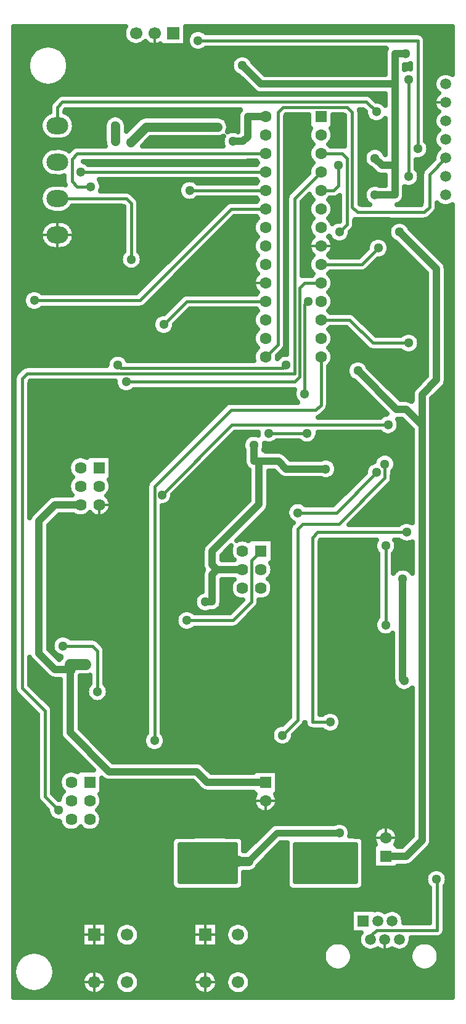
<source format=gbr>
G04 DipTrace 3.0.0.1*
G04 Top.gbr*
%MOMM*%
G04 #@! TF.FileFunction,Copper,L1,Top*
G04 #@! TF.Part,Single*
G04 #@! TA.AperFunction,Conductor*
%ADD13C,0.4*%
%ADD14C,1.0*%
%ADD15C,1.5*%
%ADD17C,0.95*%
G04 #@! TA.AperFunction,ViaPad*
%ADD20C,1.3*%
G04 #@! TA.AperFunction,CopperBalancing*
%ADD21C,0.635*%
%ADD22C,0.33*%
G04 #@! TA.AperFunction,ComponentPad*
%ADD25R,1.6X1.6*%
%ADD26C,1.6*%
%ADD29C,1.62*%
%ADD30R,1.62X1.62*%
%ADD31O,3.0X2.3*%
%ADD32R,1.7X1.7*%
%ADD33C,1.7*%
%ADD34C,1.5*%
%ADD35R,1.5X1.5*%
%FSLAX35Y35*%
G04*
G71*
G90*
G75*
G01*
G04 Top*
%LPD*%
X1016000Y11430000D2*
D13*
X3556000D1*
X1156000Y11230000D2*
X968500D1*
X898500Y11300000D1*
Y11610000D1*
X968500Y11680000D1*
X3284000D1*
X3288000Y11684000D1*
X3556000D1*
Y3048000D2*
D14*
X2759750D1*
X2613250Y3194500D1*
X1408750D1*
X874000Y3729250D1*
Y4597500D1*
X668000D1*
X444500Y4821000D1*
Y6634500D1*
X668000Y6858000D1*
X1016000D1*
X1084000Y4667500D2*
D15*
X874000D1*
Y4597500D1*
X4384510Y7352520D2*
D14*
X3843000D1*
X3738020Y7457500D1*
X3466510D1*
Y6863020D1*
X2823500Y6220010D1*
Y6039000D1*
X2893500Y5969000D1*
X2823500Y5899000D1*
Y5524500D1*
X2730500D1*
X3238500Y5969000D2*
X2893500D1*
X3396510Y7677500D2*
Y7457500D1*
X3466510D1*
X5442000Y5842000D2*
Y4464000D1*
X5461000Y4445000D1*
X381000Y9665350D2*
D13*
X1829500D1*
X3086150Y10922000D1*
X3556000D1*
X3492500Y6223000D2*
X3365500Y6096000D1*
Y5524500D1*
X3111500Y5270500D1*
X2476500D1*
X4445000Y3873500D2*
X4207500D1*
X4202000Y3879000D1*
Y6412000D1*
X4272000Y6482000D1*
X5497000D1*
X5207000Y6297000D2*
Y5207000D1*
X4318000Y11176000D2*
X4493000D1*
X4563000Y11246000D1*
Y11522500D1*
X1494000Y11855000D2*
D20*
Y12065000D1*
X2901500Y12049000D2*
X1918000D1*
X1704000Y11835000D1*
X3111500Y11849000D2*
D14*
X3246500D1*
X3311500Y11914000D1*
Y12192000D1*
X3556000D1*
X4826000Y8699500D2*
X5358000Y8167500D1*
X5487000D1*
X5707000Y7947500D1*
Y2252000D1*
X5487000Y2032000D1*
X5207000D1*
X5060000Y11617500D2*
X5158490Y11519010D1*
X5334000D1*
Y12636500D1*
Y13053500D1*
X5485010D1*
X5061000Y11112500D2*
X5334000D1*
Y11519010D1*
Y12636500D2*
X3492500D1*
X3238500Y12890500D1*
X5707000Y7947500D2*
Y8374000D1*
X5905500Y8572500D1*
Y10096500D1*
X5397500Y10604500D1*
X5081000Y7302500D2*
D13*
X4530000Y6751500D1*
X4000500D1*
X3606510Y7842500D2*
X4127500D1*
X5196000Y7417500D2*
Y7228000D1*
X4565000Y6597000D1*
X4067870D1*
X3997863Y6526993D1*
Y3901873D1*
X3790000Y3694010D1*
X4143000Y9652000D2*
X4096000Y9605000D1*
Y8385000D1*
X715500Y2664460D2*
X530510Y2849450D1*
Y4025740D1*
X213000Y4343250D1*
Y8593000D1*
X283000Y8663000D1*
X3956000D1*
Y11068000D1*
X4318000Y11430000D1*
X775000Y4922500D2*
X1179000D1*
X1249000Y4852500D1*
Y4292500D1*
X2159000Y9334500D2*
X2476500Y9652000D1*
X3556000D1*
X5524500Y12700000D2*
Y11366500D1*
X2516510Y11176000D2*
X3556000D1*
X5651500Y11747500D2*
Y13236000D1*
X2631510D1*
X2135000Y6997000D2*
X3095500Y7957500D1*
X5241000D1*
X4572000Y10604500D2*
X4678000Y10710500D1*
Y11614000D1*
X4608000Y11684000D1*
X4318000D1*
X5905500Y1714500D2*
X5917500D1*
Y1016000D1*
X5080000D1*
X5016500Y952500D1*
Y889000D1*
X4997500Y908000D1*
Y889000D1*
X5524500Y9080500D2*
X5031570D1*
X4714070Y9398000D1*
X4318000D1*
X4572000Y2349500D2*
D17*
X3709500D1*
X3320000Y1960000D1*
D20*
X3180000D1*
D15*
X3120000D1*
D20*
X3048000Y2032000D1*
X2032000Y3619500D2*
D13*
Y7112000D1*
X3082750Y8162750D1*
X4248000D1*
X4318000Y8232750D1*
Y8890000D1*
X3556000D2*
X3726000Y9060000D1*
Y12252000D1*
X3796000Y12322000D1*
X4678000D1*
X4748000Y12252000D1*
Y10947500D1*
X4818000Y10877500D1*
X5740010D1*
X5810010Y10947500D1*
Y11398010D1*
X6032500Y11620500D1*
X5106000Y10385010D2*
X4880990Y10160000D1*
X4318000D1*
X698500Y12065000D2*
Y12322000D1*
X768500Y12392000D1*
X4943500D1*
X5080000Y12255500D1*
X1644000Y8548000D2*
X3956000D1*
X4026000Y8618000D1*
Y9836000D1*
X4096000Y9906000D1*
X4318000D1*
X1714500Y10229000D2*
Y10995000D1*
X1644500Y11065000D1*
X698500D1*
X3841000Y8778000D2*
X3796000Y8733000D1*
X1574000D1*
X1529000Y8778000D1*
D20*
X2476500Y2032000D3*
X2667000D3*
Y1778000D3*
X3048000Y2032000D3*
X2476500Y1778000D3*
X2857500Y2032000D3*
Y1778000D3*
X3048000D3*
X4064000Y2032000D3*
X4254500D3*
X4445000D3*
X4635500D3*
X4064000Y1841500D3*
X4254500D3*
X4445000D3*
X4635500D3*
X2476500Y2984500D3*
X5905500Y1714500D3*
X5524500Y9080500D3*
X2476500Y5270500D3*
X5397500Y10604500D3*
X1494000Y12065000D3*
Y11855000D3*
X1704000Y11835000D3*
X2901500Y12049000D3*
X3111500Y11849000D3*
X5485010Y13053500D3*
X4826000Y8699500D3*
X5060000Y11617500D3*
X5061000Y11112500D3*
X3238500Y12890500D3*
X4572000Y2349500D3*
X3937000Y2540000D3*
X205510Y4029500D3*
X4080000Y13081000D3*
X2680000Y8393000D3*
X2190000Y4425000D3*
X2831500Y12998500D3*
X4188000Y317500D3*
X5143500Y9525000D3*
X5207000Y8763000D3*
X1016000Y11430000D3*
X1156000Y11230000D3*
X1084000Y4667500D3*
X2730500Y5524500D3*
X4384510Y7352520D3*
X5442000Y5842000D3*
X5461000Y4445000D3*
X3396510Y7677500D3*
X381000Y9665350D3*
X5497000Y6482000D3*
X4445000Y3873500D3*
X5207000Y5207000D3*
Y6297000D3*
X4563000Y11522500D3*
X4000500Y6751500D3*
X5081000Y7302500D3*
X3606510Y7842500D3*
X4127500D3*
X3790000Y3694010D3*
X5196000Y7417500D3*
X4096000Y8385000D3*
X4143000Y9652000D3*
X715500Y2664460D3*
X1249000Y4292500D3*
X775000Y4922500D3*
X2159000Y9334500D3*
X5524500Y11366500D3*
Y12700000D3*
X2516510Y11176000D3*
X2631510Y13236000D3*
X5651500Y11747500D3*
X5241000Y7957500D3*
X2135000Y6997000D3*
X4572000Y10604500D3*
X2032000Y3619500D3*
X5106000Y10385010D3*
X5080000Y12255500D3*
X1644000Y8548000D3*
X1714500Y10229000D3*
X1529000Y8778000D3*
X3841000D3*
X3975163Y2127583D2*
D21*
X4787837D1*
X3975163Y2064417D2*
X4787837D1*
X3975163Y2001250D2*
X4787837D1*
X3975163Y1938083D2*
X4787837D1*
X3975163Y1874917D2*
X4787837D1*
X3975163Y1811750D2*
X4787837D1*
X3975163Y1748583D2*
X4787837D1*
X3975163Y1685417D2*
X4787837D1*
X4794127Y2190750D2*
X3968750D1*
Y1682873D1*
X4794127Y1682750D1*
X4794250Y2190873D1*
X2387663Y2127583D2*
X3136837D1*
X2387663Y2064417D2*
X3136837D1*
X2387663Y2001250D2*
X3136837D1*
X2387663Y1938083D2*
X3136837D1*
X2387663Y1874917D2*
X3136837D1*
X2387663Y1811750D2*
X3136837D1*
X2387663Y1748583D2*
X3136837D1*
X2387663Y1685417D2*
X3136837D1*
X3143127Y2190750D2*
X2381250D1*
Y1682873D1*
X3143127Y1682750D1*
X3143250Y2190873D1*
X101662Y13367083D2*
X1605397D1*
X2461580D2*
X2553680D1*
X2709255D2*
X6121338D1*
X101662Y13303917D2*
X1605273D1*
X2461580D2*
X2492269D1*
X5737039D2*
X6121338D1*
X101662Y13240750D2*
X1631069D1*
X5762092D2*
X6121338D1*
X101662Y13177583D2*
X1709328D1*
X1846672D2*
X1963328D1*
X2461580D2*
X2487713D1*
X5762092D2*
X6121338D1*
X101662Y13114417D2*
X393564D1*
X749436D2*
X2538549D1*
X2724510D2*
X5208029D1*
X5762092D2*
X6121338D1*
X101662Y13051250D2*
X333412D1*
X809588D2*
X5193395D1*
X5762092D2*
X6121338D1*
X101662Y12988083D2*
X300422D1*
X842578D2*
X3119227D1*
X3357773D2*
X5193395D1*
X5762092D2*
X6121338D1*
X101662Y12924917D2*
X285167D1*
X857833D2*
X3086857D1*
X3400313D2*
X5193395D1*
X5762092D2*
X6121338D1*
X101662Y12861750D2*
X284547D1*
X858453D2*
X3085616D1*
X3463565D2*
X5193395D1*
X5474605D2*
X5540908D1*
X5762092D2*
X6121338D1*
X101662Y12798583D2*
X298438D1*
X844562D2*
X3114514D1*
X3526693D2*
X5193395D1*
X5762092D2*
X6121338D1*
X101662Y12735417D2*
X329567D1*
X813433D2*
X3197361D1*
X5762092D2*
X5901320D1*
X101662Y12672250D2*
X386494D1*
X756506D2*
X3260489D1*
X5762092D2*
X5870935D1*
X101662Y12609083D2*
X545740D1*
X597310D2*
X3323617D1*
X5762092D2*
X5869198D1*
X101662Y12545917D2*
X3386869D1*
X5762092D2*
X5895119D1*
X101662Y12482750D2*
X710816D1*
X5001208D2*
X5193395D1*
X5762092D2*
X5902313D1*
X101662Y12419583D2*
X642231D1*
X5069793D2*
X5193395D1*
X5762092D2*
X5871183D1*
X101662Y12356417D2*
X593737D1*
X5762092D2*
X5868950D1*
X101662Y12293250D2*
X587908D1*
X5762092D2*
X5894251D1*
X101662Y12230083D2*
X545492D1*
X851508D2*
X3176401D1*
X4858581D2*
X4926496D1*
X5762092D2*
X5903429D1*
X101662Y12166917D2*
X485837D1*
X911163D2*
X1378558D1*
X1609415D2*
X1820081D1*
X2999470D2*
X3170820D1*
X3836628D2*
X4147381D1*
X4488619D2*
X4637398D1*
X4858581D2*
X4953533D1*
X5762092D2*
X5871555D1*
X101662Y12103750D2*
X461652D1*
X935348D2*
X1343459D1*
X1644514D2*
X1755217D1*
X3046723D2*
X3170820D1*
X3836628D2*
X4147381D1*
X4488619D2*
X4637398D1*
X4858581D2*
X5193395D1*
X5762092D2*
X5868826D1*
X101662Y12040583D2*
X459420D1*
X937580D2*
X1338374D1*
X1649599D2*
X1692089D1*
X3056892D2*
X3170820D1*
X3836628D2*
X4147381D1*
X4488619D2*
X4637398D1*
X4858581D2*
X5193395D1*
X5762092D2*
X5893259D1*
X101662Y11977417D2*
X478148D1*
X918852D2*
X1338374D1*
X3836628D2*
X4152218D1*
X4483782D2*
X4637398D1*
X4858581D2*
X5193395D1*
X5762092D2*
X5904545D1*
X101662Y11914250D2*
X526765D1*
X870235D2*
X1338374D1*
X3836628D2*
X4149117D1*
X4486883D2*
X4637398D1*
X4858581D2*
X5193395D1*
X5762092D2*
X5871927D1*
X101662Y11851083D2*
X1338374D1*
X1937581D2*
X2955888D1*
X3836628D2*
X4172186D1*
X4463814D2*
X4637398D1*
X4858581D2*
X5193395D1*
X5765316D2*
X5868578D1*
X101662Y11787917D2*
X1354249D1*
X1874453D2*
X2968910D1*
X3836628D2*
X4184340D1*
X4858581D2*
X5193395D1*
X5801531D2*
X5892391D1*
X101662Y11724750D2*
X538051D1*
X3836628D2*
X4152466D1*
X4858581D2*
X4949813D1*
X5170252D2*
X5193327D1*
X5805376D2*
X5905661D1*
X101662Y11661583D2*
X482860D1*
X3836628D2*
X4148869D1*
X4858581D2*
X4910993D1*
X5779951D2*
X5872299D1*
X101662Y11598417D2*
X460660D1*
X3836628D2*
X4171442D1*
X4858581D2*
X4905536D1*
X5665725D2*
X5856548D1*
X101662Y11535250D2*
X460040D1*
X1128204D2*
X3423456D1*
X3836628D2*
X4185456D1*
X4858581D2*
X4929101D1*
X5635092D2*
X5793420D1*
X101662Y11472083D2*
X480876D1*
X3836628D2*
X4152838D1*
X4858581D2*
X5009096D1*
X5636456D2*
X5730292D1*
X101662Y11408917D2*
X533214D1*
X3836628D2*
X4143040D1*
X4858581D2*
X5075200D1*
X5674035D2*
X5699871D1*
X101662Y11345750D2*
X787834D1*
X3836628D2*
X4079912D1*
X4858581D2*
X5193395D1*
X5678748D2*
X5699414D1*
X101662Y11282583D2*
X789322D1*
X1302085D2*
X2405596D1*
X2627399D2*
X3424572D1*
X3836628D2*
X4016784D1*
X4858581D2*
X5193395D1*
X5654315D2*
X5699410D1*
X101662Y11219417D2*
X531106D1*
X1311263D2*
X2367273D1*
X3836628D2*
X3953532D1*
X4858581D2*
X4950433D1*
X5556440D2*
X5699410D1*
X101662Y11156250D2*
X480008D1*
X1701316D2*
X2362188D1*
X3836628D2*
X3890404D1*
X4858581D2*
X4911861D1*
X5474605D2*
X5699410D1*
X101662Y11093083D2*
X459792D1*
X1770273D2*
X2386000D1*
X4134904D2*
X4169892D1*
X4858581D2*
X4906652D1*
X5473241D2*
X5699410D1*
X101662Y11029917D2*
X461032D1*
X1819139D2*
X2479390D1*
X2553605D2*
X3425813D1*
X4071776D2*
X4187813D1*
X4448187D2*
X4567324D1*
X4858581D2*
X4930341D1*
X5446204D2*
X5699410D1*
X101662Y10966750D2*
X483729D1*
X1825092D2*
X2977096D1*
X4066691D2*
X4153582D1*
X4482418D2*
X4567324D1*
X5920594D2*
X5961901D1*
X101662Y10903583D2*
X540283D1*
X856717D2*
X1603908D1*
X1825092D2*
X2913844D1*
X4066691D2*
X4148373D1*
X4487627D2*
X4567324D1*
X5910920D2*
X6121338D1*
X101662Y10840417D2*
X1603908D1*
X1825092D2*
X2850716D1*
X4066691D2*
X4169085D1*
X4466915D2*
X4567324D1*
X5856722D2*
X6121338D1*
X101662Y10777250D2*
X1603908D1*
X1825092D2*
X2787588D1*
X3095216D2*
X3426929D1*
X4066691D2*
X4188929D1*
X4447071D2*
X4567324D1*
X5775114D2*
X6121338D1*
X101662Y10714083D2*
X524904D1*
X872096D2*
X1603908D1*
X1825092D2*
X2724336D1*
X3032088D2*
X3391954D1*
X4066691D2*
X4153954D1*
X4788632D2*
X5289761D1*
X5505239D2*
X6121338D1*
X101662Y10650917D2*
X477279D1*
X919721D2*
X1603908D1*
X1825092D2*
X2661208D1*
X2968960D2*
X3386249D1*
X4066691D2*
X4148249D1*
X4769904D2*
X5249205D1*
X5547407D2*
X6121338D1*
X101662Y10587750D2*
X459172D1*
X937828D2*
X1603908D1*
X1825092D2*
X2598080D1*
X2905708D2*
X3406341D1*
X4066691D2*
X4168341D1*
X4726744D2*
X5242756D1*
X5610535D2*
X6121338D1*
X101662Y10524583D2*
X462025D1*
X934975D2*
X1603908D1*
X1825092D2*
X2534952D1*
X2842580D2*
X3428169D1*
X4066691D2*
X4190169D1*
X4704420D2*
X5046675D1*
X5165291D2*
X5265080D1*
X5673663D2*
X6121338D1*
X101662Y10461417D2*
X486953D1*
X910047D2*
X1603908D1*
X1825092D2*
X2471700D1*
X2779452D2*
X3392326D1*
X4066691D2*
X4154326D1*
X4481674D2*
X4523048D1*
X4620952D2*
X4971393D1*
X5240573D2*
X5344331D1*
X5736791D2*
X6121338D1*
X101662Y10398250D2*
X547973D1*
X849027D2*
X1603908D1*
X1825092D2*
X2408572D1*
X2716200D2*
X3386125D1*
X4066691D2*
X4148125D1*
X4487875D2*
X4950929D1*
X5261037D2*
X5407459D1*
X5800043D2*
X6121338D1*
X101662Y10335083D2*
X1603164D1*
X1825836D2*
X2345444D1*
X2653072D2*
X3405597D1*
X4066691D2*
X4167597D1*
X4468403D2*
X4902188D1*
X5253100D2*
X5470711D1*
X5863171D2*
X6121338D1*
X101662Y10271917D2*
X1565213D1*
X1863787D2*
X2282192D1*
X2589944D2*
X3429409D1*
X4066691D2*
X4191409D1*
X4444591D2*
X4839060D1*
X5209815D2*
X5533839D1*
X5926299D2*
X6121338D1*
X101662Y10208750D2*
X1560252D1*
X1868748D2*
X2219065D1*
X2526692D2*
X3392698D1*
X4066691D2*
X4154698D1*
X5083559D2*
X5596967D1*
X5989551D2*
X6121338D1*
X101662Y10145583D2*
X1584313D1*
X1844687D2*
X2155937D1*
X2463564D2*
X3386001D1*
X4066691D2*
X4148001D1*
X5020432D2*
X5660095D1*
X6036804D2*
X6121338D1*
X101662Y10082417D2*
X1679811D1*
X1749197D2*
X2092685D1*
X2400436D2*
X3404853D1*
X4066691D2*
X4166853D1*
X4957056D2*
X5723347D1*
X6046105D2*
X6121338D1*
X101662Y10019250D2*
X2029557D1*
X2337184D2*
X3430650D1*
X4066691D2*
X4192650D1*
X4443350D2*
X5764895D1*
X6046105D2*
X6121338D1*
X101662Y9956083D2*
X1966429D1*
X2274057D2*
X3393194D1*
X4480806D2*
X5764895D1*
X6046105D2*
X6121338D1*
X101662Y9892917D2*
X1903177D1*
X2210929D2*
X3385877D1*
X4488123D2*
X5764895D1*
X6046105D2*
X6121338D1*
X101662Y9829750D2*
X1840049D1*
X2147801D2*
X3404108D1*
X4469892D2*
X5764895D1*
X6046105D2*
X6121338D1*
X101662Y9766583D2*
X264951D1*
X2084549D2*
X3431890D1*
X4442110D2*
X5764895D1*
X6046105D2*
X6121338D1*
X101662Y9703417D2*
X230349D1*
X2021421D2*
X2374094D1*
X4480433D2*
X5764895D1*
X6046105D2*
X6121338D1*
X101662Y9640250D2*
X227496D1*
X1958293D2*
X2310966D1*
X4488247D2*
X5764895D1*
X6046105D2*
X6121338D1*
X101662Y9577083D2*
X254285D1*
X1891444D2*
X2247714D1*
X4470512D2*
X5764895D1*
X6046105D2*
X6121338D1*
X101662Y9513917D2*
X2184586D1*
X2492214D2*
X3433254D1*
X4440746D2*
X5764895D1*
X6046105D2*
X6121338D1*
X101662Y9450750D2*
X2058950D1*
X2429086D2*
X3394063D1*
X4815173D2*
X5764895D1*
X6046105D2*
X6121338D1*
X101662Y9387583D2*
X2013062D1*
X2365958D2*
X3385629D1*
X4878301D2*
X5764895D1*
X6046105D2*
X6121338D1*
X101662Y9324417D2*
X2003760D1*
X2314240D2*
X3402744D1*
X4941553D2*
X5764895D1*
X6046105D2*
X6121338D1*
X101662Y9261250D2*
X2022611D1*
X2295389D2*
X3434618D1*
X4439382D2*
X4696929D1*
X5004681D2*
X5764895D1*
X6046105D2*
X6121338D1*
X101662Y9198083D2*
X2092065D1*
X2225935D2*
X3394559D1*
X4479441D2*
X4760181D1*
X5067808D2*
X5426187D1*
X5622813D2*
X5764895D1*
X6046105D2*
X6121338D1*
X101662Y9134917D2*
X3385629D1*
X4488371D2*
X4823309D1*
X5669818D2*
X5764895D1*
X6046105D2*
X6121338D1*
X101662Y9071750D2*
X3402124D1*
X4471876D2*
X4886437D1*
X5679864D2*
X5764895D1*
X6046105D2*
X6121338D1*
X101662Y9008583D2*
X3435983D1*
X3823109D2*
X3845318D1*
X4438017D2*
X4949689D1*
X5661633D2*
X5764895D1*
X6046105D2*
X6121338D1*
X101662Y8945417D2*
X3394931D1*
X3765314D2*
X3845384D1*
X4479069D2*
X5454588D1*
X5594412D2*
X5764895D1*
X6046105D2*
X6121338D1*
X101662Y8882250D2*
X1415765D1*
X1642157D2*
X3385505D1*
X4488495D2*
X5764895D1*
X6046105D2*
X6121338D1*
X101662Y8819083D2*
X1379178D1*
X4472496D2*
X4730291D1*
X4921709D2*
X5764895D1*
X6046105D2*
X6121338D1*
X101662Y8755917D2*
X229233D1*
X4428592D2*
X4681426D1*
X4970574D2*
X5764895D1*
X6046105D2*
X6121338D1*
X101662Y8692750D2*
X158911D1*
X4428592D2*
X4670512D1*
X5028989D2*
X5764895D1*
X6046105D2*
X6121338D1*
X4428592Y8629583D2*
X4687751D1*
X5092241D2*
X5764895D1*
X6046105D2*
X6121338D1*
X4428592Y8566417D2*
X4751995D1*
X5155369D2*
X5703131D1*
X6045981D2*
X6121338D1*
X323664Y8503250D2*
X1495264D1*
X4428592D2*
X4826037D1*
X5218497D2*
X5640003D1*
X6026882D2*
X6121338D1*
X323664Y8440083D2*
X1534455D1*
X1753530D2*
X3950928D1*
X4428592D2*
X4889165D1*
X5281625D2*
X5583696D1*
X5969335D2*
X6121338D1*
X323664Y8376917D2*
X3940634D1*
X4428592D2*
X4952293D1*
X5344877D2*
X5566333D1*
X5906207D2*
X6121338D1*
X323664Y8313750D2*
X3958493D1*
X4428592D2*
X5015545D1*
X5408005D2*
X5566333D1*
X5847668D2*
X6121338D1*
X323664Y8250583D2*
X3020132D1*
X4428592D2*
X5078673D1*
X5847668D2*
X6121338D1*
X323664Y8187417D2*
X2953531D1*
X4418298D2*
X5141801D1*
X5847668D2*
X6121338D1*
X323664Y8124250D2*
X2890403D1*
X4363355D2*
X5204929D1*
X5847668D2*
X6121338D1*
X323664Y8061083D2*
X2827275D1*
X5847668D2*
X6121338D1*
X323664Y7997917D2*
X2764024D1*
X5391014D2*
X5460293D1*
X5847668D2*
X6121338D1*
X323664Y7934750D2*
X2700896D1*
X5394858D2*
X5523545D1*
X5847668D2*
X6121338D1*
X323664Y7871583D2*
X2637768D1*
X5369433D2*
X5566333D1*
X5847668D2*
X6121338D1*
X323664Y7808417D2*
X2574640D1*
X3100301D2*
X3318408D1*
X4279143D2*
X5226757D1*
X5255159D2*
X5566333D1*
X5847668D2*
X6121338D1*
X323664Y7745250D2*
X2511388D1*
X3037049D2*
X3257141D1*
X4247145D2*
X5566333D1*
X5847668D2*
X6121338D1*
X323664Y7682083D2*
X2448260D1*
X2973921D2*
X3240894D1*
X3552118D2*
X5566333D1*
X5847668D2*
X6121338D1*
X323664Y7618917D2*
X2385132D1*
X2910793D2*
X3252800D1*
X3540212D2*
X5566333D1*
X5847668D2*
X6121338D1*
X323664Y7555750D2*
X2321880D1*
X2847541D2*
X3255900D1*
X3835884D2*
X5133367D1*
X5258681D2*
X5566333D1*
X5847668D2*
X6121338D1*
X323664Y7492583D2*
X903300D1*
X1441611D2*
X2258752D1*
X2784413D2*
X3255900D1*
X3899260D2*
X4326471D1*
X4442482D2*
X5060566D1*
X5331358D2*
X5566333D1*
X5847668D2*
X6121338D1*
X323664Y7429417D2*
X857039D1*
X1441611D2*
X2195624D1*
X2721285D2*
X3258877D1*
X4518881D2*
X4996073D1*
X5351202D2*
X5566333D1*
X5847668D2*
X6121338D1*
X323664Y7366250D2*
X844389D1*
X1441611D2*
X2132372D1*
X2658033D2*
X3291619D1*
X4539469D2*
X4939643D1*
X5342520D2*
X5566333D1*
X5847668D2*
X6121338D1*
X323664Y7303083D2*
X856791D1*
X1441611D2*
X2069244D1*
X2594905D2*
X3325850D1*
X3607184D2*
X3696184D1*
X4531779D2*
X4925380D1*
X5306678D2*
X5566333D1*
X5847668D2*
X6121338D1*
X323664Y7239917D2*
X902804D1*
X1441611D2*
X2006116D1*
X2531777D2*
X3325850D1*
X3607184D2*
X3763528D1*
X4488867D2*
X4864608D1*
X5306678D2*
X5566333D1*
X5847668D2*
X6121338D1*
X323664Y7176750D2*
X857535D1*
X1428465D2*
X1943857D1*
X2468649D2*
X3325850D1*
X3607184D2*
X4801357D1*
X5293159D2*
X5566333D1*
X5847668D2*
X6121338D1*
X323664Y7113583D2*
X844389D1*
X1441611D2*
X1921408D1*
X2405397D2*
X3325850D1*
X3607184D2*
X4738229D1*
X5235364D2*
X5566333D1*
X5847668D2*
X6121338D1*
X323664Y7050417D2*
X856295D1*
X1429705D2*
X1921408D1*
X2342269D2*
X3325850D1*
X3607184D2*
X4675101D1*
X5172236D2*
X5566333D1*
X5847668D2*
X6121338D1*
X323664Y6987250D2*
X625239D1*
X1384808D2*
X1921408D1*
X2290304D2*
X3325850D1*
X3607184D2*
X4611973D1*
X5109108D2*
X5566333D1*
X5847668D2*
X6121338D1*
X323664Y6924083D2*
X537803D1*
X1427845D2*
X1921408D1*
X2271576D2*
X3325850D1*
X3607184D2*
X4548721D1*
X5045980D2*
X5566333D1*
X5847668D2*
X6121338D1*
X323664Y6860917D2*
X474675D1*
X1441611D2*
X1921408D1*
X2202743D2*
X3268179D1*
X3607184D2*
X3892637D1*
X4108363D2*
X4485593D1*
X4982728D2*
X5566333D1*
X5847668D2*
X6121338D1*
X323664Y6797750D2*
X411423D1*
X1430325D2*
X1921408D1*
X2142592D2*
X3204927D1*
X3590193D2*
X3852205D1*
X4919600D2*
X5566333D1*
X5847668D2*
X6121338D1*
X323664Y6734583D2*
X348295D1*
X1132297D2*
X1153626D1*
X1386297D2*
X1921408D1*
X2142592D2*
X3141799D1*
X3534383D2*
X3845880D1*
X4856473D2*
X5566333D1*
X5847668D2*
X6121338D1*
X677627Y6671417D2*
X1921408D1*
X2142592D2*
X3078671D1*
X3471131D2*
X3868204D1*
X4793221D2*
X5566333D1*
X5847668D2*
X6121338D1*
X614499Y6608250D2*
X1921408D1*
X2142592D2*
X3015419D1*
X3408003D2*
X3925255D1*
X4730093D2*
X5410932D1*
X5847668D2*
X6121338D1*
X585105Y6545083D2*
X1921408D1*
X2142592D2*
X2952291D1*
X3344875D2*
X3888792D1*
X5847668D2*
X6121338D1*
X585105Y6481917D2*
X1921408D1*
X2142592D2*
X2889163D1*
X3281623D2*
X3887180D1*
X5847668D2*
X6121338D1*
X585105Y6418750D2*
X1921408D1*
X2142592D2*
X2826035D1*
X3218495D2*
X3887180D1*
X5847668D2*
X6121338D1*
X585105Y6355583D2*
X1921408D1*
X2142592D2*
X2762783D1*
X3664111D2*
X3887180D1*
X4312630D2*
X5063294D1*
X5350706D2*
X5411180D1*
X5847668D2*
X6121338D1*
X585105Y6292417D2*
X1921408D1*
X2142592D2*
X2703996D1*
X3664111D2*
X3887180D1*
X4312630D2*
X5051388D1*
X5362612D2*
X5566333D1*
X5847668D2*
X6121338D1*
X585105Y6229250D2*
X1921408D1*
X2142592D2*
X2683160D1*
X3028987D2*
X3067042D1*
X3664111D2*
X3887180D1*
X4312630D2*
X5067635D1*
X5346365D2*
X5566333D1*
X5847668D2*
X6121338D1*
X585105Y6166083D2*
X1921408D1*
X2142592D2*
X2682912D1*
X2965859D2*
X3076935D1*
X3664111D2*
X3887180D1*
X4312630D2*
X5096408D1*
X5317592D2*
X5566333D1*
X5847668D2*
X6121338D1*
X585105Y6102917D2*
X1921408D1*
X2142592D2*
X2682912D1*
X3664111D2*
X3887180D1*
X4312630D2*
X5096408D1*
X5317592D2*
X5566333D1*
X5847668D2*
X6121338D1*
X585105Y6039750D2*
X1921408D1*
X2142592D2*
X2682912D1*
X3648236D2*
X3887180D1*
X4312630D2*
X5096408D1*
X5317592D2*
X5566333D1*
X5847668D2*
X6121338D1*
X585105Y5976583D2*
X1921408D1*
X2142592D2*
X2698291D1*
X3663987D2*
X3887180D1*
X4312630D2*
X5096408D1*
X5317592D2*
X5370996D1*
X5512929D2*
X5566333D1*
X5847668D2*
X6121338D1*
X585105Y5913417D2*
X1921408D1*
X2142592D2*
X2683656D1*
X3654561D2*
X3887180D1*
X4312630D2*
X5096408D1*
X5847668D2*
X6121338D1*
X585105Y5850250D2*
X1921408D1*
X2142592D2*
X2682912D1*
X3613882D2*
X3887180D1*
X4312630D2*
X5096408D1*
X5847668D2*
X6121338D1*
X585105Y5787083D2*
X1921408D1*
X2142592D2*
X2682912D1*
X2964123D2*
X3083384D1*
X3647616D2*
X3887180D1*
X4312630D2*
X5096408D1*
X5847668D2*
X6121338D1*
X585105Y5723917D2*
X1921408D1*
X2142592D2*
X2682912D1*
X2964123D2*
X3067137D1*
X3663863D2*
X3887180D1*
X4312630D2*
X5096408D1*
X5847668D2*
X6121338D1*
X585105Y5660750D2*
X1921408D1*
X2142592D2*
X2663068D1*
X2964123D2*
X3076067D1*
X3654933D2*
X3887180D1*
X4312630D2*
X5096408D1*
X5847668D2*
X6121338D1*
X585105Y5597583D2*
X1921408D1*
X2142592D2*
X2593987D1*
X2964123D2*
X3115754D1*
X3615246D2*
X3887180D1*
X4312630D2*
X5096408D1*
X5847668D2*
X6121338D1*
X585105Y5534417D2*
X1921408D1*
X2142592D2*
X2575136D1*
X2964123D2*
X3221546D1*
X3476092D2*
X3887180D1*
X4312630D2*
X5096408D1*
X5847668D2*
X6121338D1*
X585105Y5471250D2*
X1921408D1*
X2142592D2*
X2584686D1*
X2953085D2*
X3158418D1*
X3461581D2*
X3887180D1*
X4312630D2*
X5096408D1*
X5847668D2*
X6121338D1*
X585105Y5408083D2*
X1921408D1*
X2142592D2*
X2412169D1*
X2540831D2*
X2630698D1*
X2896778D2*
X3095290D1*
X3402918D2*
X3887180D1*
X4312630D2*
X5096408D1*
X5847668D2*
X6121338D1*
X585105Y5344917D2*
X1921408D1*
X2142592D2*
X2340732D1*
X3339790D2*
X3887180D1*
X4312630D2*
X5096408D1*
X5847668D2*
X6121338D1*
X585105Y5281750D2*
X1921408D1*
X2142592D2*
X2321260D1*
X3276538D2*
X3887180D1*
X4312630D2*
X5071480D1*
X5847668D2*
X6121338D1*
X585105Y5218583D2*
X1921408D1*
X2142592D2*
X2330190D1*
X3213410D2*
X3887180D1*
X4312630D2*
X5051760D1*
X5847668D2*
X6121338D1*
X585105Y5155417D2*
X1921408D1*
X2142592D2*
X2375086D1*
X2577914D2*
X3887180D1*
X4312630D2*
X5060566D1*
X5847668D2*
X6121338D1*
X585105Y5092250D2*
X1921408D1*
X2142592D2*
X3887180D1*
X4312630D2*
X5105090D1*
X5847668D2*
X6121338D1*
X585105Y5029083D2*
X664059D1*
X885862D2*
X1921408D1*
X2142592D2*
X3887180D1*
X4312630D2*
X5301419D1*
X5847668D2*
X6121338D1*
X585105Y4965917D2*
X625904D1*
X1289434D2*
X1921408D1*
X2142592D2*
X3887180D1*
X4312630D2*
X5301419D1*
X5847668D2*
X6121338D1*
X585105Y4902750D2*
X620631D1*
X1346733D2*
X1921408D1*
X2142592D2*
X3887180D1*
X4312630D2*
X5301419D1*
X5847668D2*
X6121338D1*
X622188Y4839583D2*
X644590D1*
X1359632D2*
X1921408D1*
X2142592D2*
X3887180D1*
X4312630D2*
X5301419D1*
X5847668D2*
X6121338D1*
X685316Y4776417D2*
X737853D1*
X1359632D2*
X1921408D1*
X2142592D2*
X3887180D1*
X4312630D2*
X5301419D1*
X5847668D2*
X6121338D1*
X323664Y4713250D2*
X355984D1*
X1359632D2*
X1921408D1*
X2142592D2*
X3887180D1*
X4312630D2*
X5301419D1*
X5847668D2*
X6121338D1*
X323664Y4650083D2*
X419112D1*
X1359632D2*
X1921408D1*
X2142592D2*
X3887180D1*
X4312630D2*
X5301419D1*
X5847668D2*
X6121338D1*
X323664Y4586917D2*
X482364D1*
X1359632D2*
X1921408D1*
X2142592D2*
X3887180D1*
X4312630D2*
X5301419D1*
X5847668D2*
X6121338D1*
X323664Y4523750D2*
X545492D1*
X1359632D2*
X1921408D1*
X2142592D2*
X3887180D1*
X4312630D2*
X5301419D1*
X5847668D2*
X6121338D1*
X323664Y4460583D2*
X733388D1*
X1014599D2*
X1138324D1*
X1359632D2*
X1921408D1*
X2142592D2*
X3887180D1*
X4312630D2*
X5301419D1*
X5847668D2*
X6121338D1*
X323664Y4397417D2*
X733388D1*
X1014599D2*
X1136464D1*
X1361616D2*
X1921408D1*
X2142592D2*
X3887180D1*
X4312630D2*
X5313201D1*
X5847668D2*
X6121338D1*
X375878Y4334250D2*
X733388D1*
X1014599D2*
X1099257D1*
X1398699D2*
X1921408D1*
X2142592D2*
X3887180D1*
X4312630D2*
X5354501D1*
X5847668D2*
X6121338D1*
X101662Y4271083D2*
X131461D1*
X439006D2*
X733388D1*
X1014599D2*
X1094916D1*
X1403040D2*
X1921408D1*
X2142592D2*
X3887180D1*
X4312630D2*
X5566333D1*
X5847668D2*
X6121338D1*
X101662Y4207917D2*
X194506D1*
X502134D2*
X733388D1*
X1014599D2*
X1119597D1*
X1378359D2*
X1921408D1*
X2142592D2*
X3887180D1*
X4312630D2*
X5566333D1*
X5847668D2*
X6121338D1*
X101662Y4144750D2*
X257634D1*
X565386D2*
X733388D1*
X1014599D2*
X1221296D1*
X1276784D2*
X1921408D1*
X2142592D2*
X3887180D1*
X4312630D2*
X5566333D1*
X5847668D2*
X6121338D1*
X101662Y4081583D2*
X320886D1*
X624917D2*
X733388D1*
X1014599D2*
X1921408D1*
X2142592D2*
X3887180D1*
X4312630D2*
X5566333D1*
X5847668D2*
X6121338D1*
X101662Y4018417D2*
X384014D1*
X641164D2*
X733388D1*
X1014599D2*
X1921408D1*
X2142592D2*
X3887180D1*
X4312630D2*
X4402745D1*
X4487255D2*
X5566333D1*
X5847668D2*
X6121338D1*
X101662Y3955250D2*
X419857D1*
X641164D2*
X733388D1*
X1014599D2*
X1921408D1*
X2142592D2*
X3887180D1*
X4576304D2*
X5566333D1*
X5847668D2*
X6121338D1*
X101662Y3892083D2*
X419857D1*
X641164D2*
X733388D1*
X1014599D2*
X1921408D1*
X2142592D2*
X3834222D1*
X4599496D2*
X5566333D1*
X5847668D2*
X6121338D1*
X101662Y3828917D2*
X419857D1*
X641164D2*
X733388D1*
X1014599D2*
X1921408D1*
X2142592D2*
X3719748D1*
X4078722D2*
X4104245D1*
X4593791D2*
X5566333D1*
X5847668D2*
X6121338D1*
X101662Y3765750D2*
X419857D1*
X641164D2*
X733388D1*
X1033822D2*
X1921408D1*
X2142592D2*
X3652775D1*
X4015594D2*
X4335276D1*
X4554724D2*
X5566333D1*
X5847668D2*
X6121338D1*
X101662Y3702583D2*
X419857D1*
X641164D2*
X735992D1*
X1096950D2*
X1901565D1*
X2162435D2*
X3634668D1*
X3952466D2*
X5566333D1*
X5847668D2*
X6121338D1*
X101662Y3639417D2*
X419857D1*
X641164D2*
X767866D1*
X1160078D2*
X1877752D1*
X2186248D2*
X3644714D1*
X3935350D2*
X5566333D1*
X5847668D2*
X6121338D1*
X101662Y3576250D2*
X419857D1*
X641164D2*
X830746D1*
X1223206D2*
X1882713D1*
X2181287D2*
X3691843D1*
X3888098D2*
X5566333D1*
X5847668D2*
X6121338D1*
X101662Y3513083D2*
X419857D1*
X641164D2*
X893874D1*
X1286458D2*
X1920912D1*
X2143088D2*
X5566333D1*
X5847668D2*
X6121338D1*
X101662Y3449917D2*
X419857D1*
X641164D2*
X957126D1*
X1349586D2*
X5566333D1*
X5847668D2*
X6121338D1*
X101662Y3386750D2*
X419857D1*
X641164D2*
X1020254D1*
X1412714D2*
X5566333D1*
X5847668D2*
X6121338D1*
X101662Y3323583D2*
X419857D1*
X641164D2*
X1083382D1*
X2656669D2*
X5566333D1*
X5847668D2*
X6121338D1*
X101662Y3260417D2*
X419857D1*
X641164D2*
X1146510D1*
X2743609D2*
X5566333D1*
X5847668D2*
X6121338D1*
X101662Y3197250D2*
X419857D1*
X641164D2*
X811647D1*
X2806737D2*
X3385381D1*
X3726619D2*
X5566333D1*
X5847668D2*
X6121338D1*
X101662Y3134083D2*
X419857D1*
X641164D2*
X741573D1*
X3726619D2*
X5566333D1*
X5847668D2*
X6121338D1*
X101662Y3070917D2*
X419857D1*
X641164D2*
X719001D1*
X1314611D2*
X1349884D1*
X3726619D2*
X5566333D1*
X5847668D2*
X6121338D1*
X101662Y3007750D2*
X419857D1*
X641164D2*
X722350D1*
X1314611D2*
X2603785D1*
X3726619D2*
X5566333D1*
X5847668D2*
X6121338D1*
X101662Y2944583D2*
X419857D1*
X641164D2*
X753728D1*
X1314611D2*
X2667781D1*
X3726619D2*
X5566333D1*
X5847668D2*
X6121338D1*
X101662Y2881417D2*
X419857D1*
X652326D2*
X742317D1*
X1289683D2*
X3410558D1*
X3701442D2*
X5566333D1*
X5847668D2*
X6121338D1*
X101662Y2818250D2*
X424693D1*
X1312875D2*
X3387117D1*
X3724883D2*
X5566333D1*
X5847668D2*
X6121338D1*
X101662Y2755083D2*
X471078D1*
X1310022D2*
X3390094D1*
X3721906D2*
X5566333D1*
X5847668D2*
X6121338D1*
X101662Y2691917D2*
X534206D1*
X1279389D2*
X3420976D1*
X3691024D2*
X5566333D1*
X5847668D2*
X6121338D1*
X101662Y2628750D2*
X564220D1*
X1288814D2*
X5566333D1*
X5847668D2*
X6121338D1*
X101662Y2565583D2*
X597334D1*
X1312627D2*
X5566333D1*
X5847668D2*
X6121338D1*
X101662Y2502417D2*
X721730D1*
X1310270D2*
X5566333D1*
X5847668D2*
X6121338D1*
X101662Y2439250D2*
X751619D1*
X1280381D2*
X3606515D1*
X4697599D2*
X5141429D1*
X5272571D2*
X5566333D1*
X5847668D2*
X6121338D1*
X101662Y2376083D2*
X861380D1*
X916641D2*
X1115380D1*
X1170641D2*
X3543387D1*
X4725256D2*
X5063294D1*
X5350706D2*
X5566333D1*
X5847668D2*
X6121338D1*
X101662Y2312917D2*
X3480135D1*
X4723147D2*
X5038613D1*
X5375387D2*
X5566333D1*
X5847668D2*
X6121338D1*
X101662Y2249750D2*
X2263341D1*
X3261159D2*
X3417007D1*
X4912159D2*
X5040350D1*
X5373650D2*
X5508538D1*
X5847668D2*
X6121338D1*
X101662Y2186583D2*
X2258876D1*
X3265624D2*
X3353879D1*
X3739269D2*
X3846376D1*
X4916624D2*
X5036381D1*
X5377619D2*
X5445286D1*
X5830677D2*
X6121338D1*
X101662Y2123417D2*
X2258876D1*
X3265624D2*
X3290726D1*
X3676142D2*
X3846376D1*
X4916624D2*
X5036381D1*
X5774742D2*
X6121338D1*
X101662Y2060250D2*
X2258876D1*
X3613014D2*
X3846376D1*
X4916624D2*
X5036381D1*
X5711490D2*
X6121338D1*
X101662Y1997083D2*
X2258876D1*
X3549762D2*
X3846376D1*
X4916624D2*
X5036381D1*
X5648362D2*
X6121338D1*
X101662Y1933917D2*
X2258876D1*
X3486634D2*
X3846376D1*
X4916624D2*
X5036381D1*
X5585110D2*
X6121338D1*
X101662Y1870750D2*
X2258876D1*
X3446078D2*
X3846376D1*
X4916624D2*
X5036381D1*
X5377619D2*
X6121338D1*
X101662Y1807583D2*
X2258876D1*
X3265624D2*
X3846376D1*
X4916624D2*
X5782382D1*
X6028618D2*
X6121338D1*
X101662Y1744417D2*
X2258876D1*
X3265624D2*
X3846376D1*
X4916624D2*
X5752864D1*
X6058136D2*
X6121338D1*
X101662Y1681250D2*
X2258876D1*
X3265624D2*
X3846376D1*
X4916624D2*
X5753608D1*
X6057392D2*
X6121338D1*
X101662Y1618083D2*
X2265573D1*
X3258927D2*
X3853073D1*
X4909927D2*
X5785110D1*
X6028122D2*
X6121338D1*
X101662Y1554917D2*
X5806815D1*
X6028122D2*
X6121338D1*
X101662Y1491750D2*
X5806815D1*
X6028122D2*
X6121338D1*
X101662Y1428583D2*
X5806815D1*
X6028122D2*
X6121338D1*
X101662Y1365417D2*
X5806815D1*
X6028122D2*
X6121338D1*
X101662Y1302250D2*
X4731903D1*
X5063096D2*
X5806815D1*
X6028122D2*
X6121338D1*
X101662Y1239083D2*
X4731903D1*
X5430949D2*
X5806815D1*
X6028122D2*
X6121338D1*
X101662Y1175917D2*
X4731903D1*
X5459723D2*
X5806815D1*
X6028122D2*
X6121338D1*
X101662Y1112750D2*
X1030920D1*
X1382080D2*
X1595599D1*
X1717439D2*
X2554920D1*
X2906080D2*
X3119599D1*
X3241439D2*
X4731903D1*
X6028122D2*
X6121338D1*
X101662Y1049583D2*
X1030920D1*
X1382080D2*
X1511511D1*
X1801527D2*
X2554920D1*
X2906080D2*
X3035511D1*
X3325527D2*
X4731903D1*
X6028122D2*
X6121338D1*
X101662Y986417D2*
X1030920D1*
X1382080D2*
X1484350D1*
X1828688D2*
X2554920D1*
X2906080D2*
X3008350D1*
X3352688D2*
X4731903D1*
X6023905D2*
X6121338D1*
X101662Y923250D2*
X1030920D1*
X1382080D2*
X1483358D1*
X1829557D2*
X2554920D1*
X2906080D2*
X3007358D1*
X3353557D2*
X4835587D1*
X5971567D2*
X6121338D1*
X101662Y860083D2*
X1030920D1*
X1382080D2*
X1508286D1*
X1804628D2*
X2554920D1*
X2906080D2*
X3032286D1*
X3328628D2*
X4834471D1*
X5560554D2*
X6121338D1*
X101662Y796917D2*
X1030920D1*
X1382080D2*
X1583444D1*
X1729594D2*
X2554920D1*
X2906080D2*
X3107444D1*
X3253594D2*
X4402249D1*
X4702683D2*
X4861136D1*
X5533889D2*
X5592254D1*
X5892688D2*
X6121338D1*
X101662Y733750D2*
X4361445D1*
X4743611D2*
X4955518D1*
X5039531D2*
X5155443D1*
X5239457D2*
X5355493D1*
X5439507D2*
X5551450D1*
X5933616D2*
X6121338D1*
X101662Y670583D2*
X205916D1*
X556084D2*
X4347183D1*
X4757750D2*
X5537188D1*
X5947755D2*
X6121338D1*
X101662Y607417D2*
X144346D1*
X617600D2*
X4353632D1*
X4751301D2*
X5543637D1*
X5941306D2*
X6121338D1*
X651210Y544250D2*
X4383274D1*
X4721783D2*
X5573154D1*
X5911788D2*
X6121338D1*
X667085Y481083D2*
X4456323D1*
X4648609D2*
X5646328D1*
X5838614D2*
X6121338D1*
X668201Y417917D2*
X1076313D1*
X1336687D2*
X1526270D1*
X1786644D2*
X2600313D1*
X2860687D2*
X3050270D1*
X3310644D2*
X6121338D1*
X654807Y354750D2*
X1039106D1*
X1373894D2*
X1489187D1*
X1823851D2*
X2563106D1*
X2897894D2*
X3013187D1*
X3347851D2*
X6121338D1*
X101662Y291583D2*
X137656D1*
X624421D2*
X1031168D1*
X1381832D2*
X1481249D1*
X1831789D2*
X2555168D1*
X2905832D2*
X3005249D1*
X3355789D2*
X6121338D1*
X101662Y228417D2*
X193266D1*
X568734D2*
X1047911D1*
X1365089D2*
X1497992D1*
X1815046D2*
X2571911D1*
X2889089D2*
X3021992D1*
X3339046D2*
X6121338D1*
X101662Y165250D2*
X334776D1*
X427224D2*
X1100993D1*
X1312007D2*
X1551074D1*
X1761964D2*
X2624993D1*
X2836007D2*
X3075074D1*
X3285964D2*
X6121338D1*
X101662Y102083D2*
X6121338D1*
X5344707Y2196290D2*
X5371290D1*
Y2166400D1*
X5431358Y2166290D1*
X5572788Y2307703D1*
X5572710Y4345888D1*
X5557956Y4331479D1*
X5539004Y4317709D1*
X5518131Y4307074D1*
X5495851Y4299835D1*
X5472713Y4296170D1*
X5449287D1*
X5426149Y4299835D1*
X5403869Y4307074D1*
X5382996Y4317709D1*
X5364044Y4331479D1*
X5347479Y4348044D1*
X5333709Y4366996D1*
X5323074Y4387869D1*
X5315835Y4410149D1*
X5309363Y4442992D1*
X5307710Y4464000D1*
Y5096892D1*
X5294750Y5086222D1*
X5274776Y5073982D1*
X5253133Y5065017D1*
X5230354Y5059548D1*
X5207000Y5057710D1*
X5183646Y5059548D1*
X5160867Y5065017D1*
X5139224Y5073982D1*
X5119250Y5086222D1*
X5101436Y5101436D1*
X5086222Y5119250D1*
X5073982Y5139224D1*
X5065017Y5160867D1*
X5059548Y5183646D1*
X5057710Y5207000D1*
X5059548Y5230354D1*
X5065017Y5253133D1*
X5073982Y5274776D1*
X5086222Y5294750D1*
X5102680Y5313714D1*
X5102710Y6190134D1*
X5086222Y6209250D1*
X5073982Y6229224D1*
X5065017Y6250867D1*
X5059548Y6273646D1*
X5057710Y6297000D1*
X5059548Y6320354D1*
X5065017Y6343133D1*
X5073982Y6364776D1*
X5081516Y6377707D1*
X4315181Y6377710D1*
X4306290Y6348500D1*
Y3977792D1*
X4338097Y3977790D1*
X4357250Y3994278D1*
X4377224Y4006518D1*
X4398867Y4015483D1*
X4421646Y4020952D1*
X4445000Y4022790D1*
X4468354Y4020952D1*
X4491133Y4015483D1*
X4512776Y4006518D1*
X4532750Y3994278D1*
X4550564Y3979064D1*
X4565778Y3961250D1*
X4578018Y3941276D1*
X4586983Y3919633D1*
X4592452Y3896854D1*
X4594290Y3873500D1*
X4592452Y3850146D1*
X4586983Y3827367D1*
X4578018Y3805724D1*
X4565778Y3785750D1*
X4550564Y3767936D1*
X4532750Y3752722D1*
X4512776Y3740482D1*
X4491133Y3731517D1*
X4468354Y3726048D1*
X4445000Y3724210D1*
X4421646Y3726048D1*
X4398867Y3731517D1*
X4377224Y3740482D1*
X4357250Y3752722D1*
X4338286Y3769180D1*
X4199317Y3769531D1*
X4183154Y3772092D1*
X4167590Y3777149D1*
X4153009Y3784578D1*
X4139769Y3794197D1*
X4121299Y3812941D1*
X4109838Y3830188D1*
X4102011Y3849360D1*
X4098124Y3869720D1*
X4097049Y3869646D1*
X4090786Y3854527D1*
X4082236Y3840573D1*
X4071608Y3828129D1*
X3939272Y3695793D1*
X3937452Y3670656D1*
X3931983Y3647877D1*
X3923018Y3626234D1*
X3910778Y3606260D1*
X3895564Y3588446D1*
X3877750Y3573232D1*
X3857776Y3560992D1*
X3836133Y3552027D1*
X3813354Y3546558D1*
X3790000Y3544720D1*
X3766646Y3546558D1*
X3743867Y3552027D1*
X3722224Y3560992D1*
X3702250Y3573232D1*
X3684436Y3588446D1*
X3669222Y3606260D1*
X3656982Y3626234D1*
X3648017Y3647877D1*
X3642548Y3670656D1*
X3640710Y3694010D1*
X3642548Y3717364D1*
X3648017Y3740143D1*
X3656982Y3761786D1*
X3669222Y3781760D1*
X3684436Y3799574D1*
X3702250Y3814788D1*
X3722224Y3827028D1*
X3743867Y3835993D1*
X3766646Y3841462D1*
X3791693Y3843233D1*
X3893493Y3944991D1*
X3893895Y6535176D1*
X3896455Y6551339D1*
X3901512Y6566903D1*
X3908941Y6581485D1*
X3918561Y6594724D1*
X3938940Y6615558D1*
X3922496Y6624209D1*
X3903544Y6637979D1*
X3886979Y6654544D1*
X3873209Y6673496D1*
X3862574Y6694369D1*
X3855335Y6716649D1*
X3851670Y6739787D1*
Y6763213D1*
X3855335Y6786351D1*
X3862574Y6808631D1*
X3873209Y6829504D1*
X3886979Y6848456D1*
X3903544Y6865021D1*
X3922496Y6878791D1*
X3943369Y6889426D1*
X3965649Y6896665D1*
X3988787Y6900330D1*
X4012213D1*
X4035351Y6896665D1*
X4057631Y6889426D1*
X4078504Y6878791D1*
X4097456Y6865021D1*
X4107214Y6855820D1*
X4486796Y6855790D1*
X4931665Y7300654D1*
X4933548Y7325854D1*
X4939017Y7348633D1*
X4947982Y7370276D1*
X4960222Y7390250D1*
X4975436Y7408064D1*
X4993250Y7423278D1*
X5013224Y7435518D1*
X5034867Y7444483D1*
X5049966Y7448424D1*
X5054017Y7463633D1*
X5062982Y7485276D1*
X5075222Y7505250D1*
X5090436Y7523064D1*
X5108250Y7538278D1*
X5128224Y7550518D1*
X5149867Y7559483D1*
X5172646Y7564952D1*
X5196000Y7566790D1*
X5219354Y7564952D1*
X5242133Y7559483D1*
X5263776Y7550518D1*
X5283750Y7538278D1*
X5301564Y7523064D1*
X5316778Y7505250D1*
X5329018Y7485276D1*
X5337983Y7463633D1*
X5343452Y7440854D1*
X5345290Y7417500D1*
X5343452Y7394146D1*
X5337983Y7371367D1*
X5329018Y7349724D1*
X5316778Y7329750D1*
X5300320Y7310786D1*
X5299969Y7219817D1*
X5297409Y7203654D1*
X5292352Y7188090D1*
X5284922Y7173508D1*
X5275303Y7160269D1*
X5090139Y6974650D1*
X4701726Y6586237D1*
X5390071Y6586290D1*
X5409250Y6602778D1*
X5429224Y6615018D1*
X5450867Y6623983D1*
X5473646Y6629452D1*
X5497000Y6631290D1*
X5520354Y6629452D1*
X5543133Y6623983D1*
X5564776Y6615018D1*
X5572727Y6610566D1*
X5572710Y7891966D1*
X5431297Y8033288D1*
X5369550Y8033210D1*
X5378926Y8014631D1*
X5386165Y7992351D1*
X5389830Y7969213D1*
Y7945787D1*
X5386165Y7922649D1*
X5378926Y7900369D1*
X5368291Y7879496D1*
X5354521Y7860544D1*
X5337956Y7843979D1*
X5319004Y7830209D1*
X5298131Y7819574D1*
X5275851Y7812335D1*
X5252713Y7808670D1*
X5229287D1*
X5206149Y7812335D1*
X5183869Y7819574D1*
X5162996Y7830209D1*
X5144044Y7843979D1*
X5134286Y7853180D1*
X4276470Y7853210D1*
X4276330Y7830787D1*
X4272665Y7807649D1*
X4265426Y7785369D1*
X4254791Y7764496D1*
X4241021Y7745544D1*
X4224456Y7728979D1*
X4205504Y7715209D1*
X4184631Y7704574D1*
X4162351Y7697335D1*
X4139213Y7693670D1*
X4115787D1*
X4092649Y7697335D1*
X4070369Y7704574D1*
X4049496Y7715209D1*
X4030544Y7728979D1*
X4020786Y7738180D1*
X3713386Y7738210D1*
X3694260Y7721722D1*
X3674286Y7709482D1*
X3652643Y7700517D1*
X3629864Y7695048D1*
X3606510Y7693210D1*
X3583156Y7695048D1*
X3560377Y7700517D1*
X3542684Y7707660D1*
X3545340Y7689213D1*
Y7665787D1*
X3541675Y7642649D1*
X3534436Y7620369D1*
X3530813Y7612510D1*
X3561760Y7591790D1*
X3748556Y7591376D1*
X3769369Y7588080D1*
X3789411Y7581568D1*
X3808186Y7572001D1*
X3825234Y7559615D1*
X3898663Y7486772D1*
X4319374Y7486810D1*
X4338377Y7494503D1*
X4361156Y7499972D1*
X4384510Y7501810D1*
X4407864Y7499972D1*
X4430643Y7494503D1*
X4452286Y7485538D1*
X4472260Y7473298D1*
X4490074Y7458084D1*
X4505288Y7440270D1*
X4517528Y7420296D1*
X4526493Y7398653D1*
X4531962Y7375874D1*
X4533800Y7352520D1*
X4531962Y7329166D1*
X4526493Y7306387D1*
X4517528Y7284744D1*
X4505288Y7264770D1*
X4490074Y7246956D1*
X4472260Y7231742D1*
X4452286Y7219502D1*
X4430643Y7210537D1*
X4407864Y7205068D1*
X4384510Y7203230D1*
X4361156Y7205068D1*
X4338377Y7210537D1*
X4319520Y7218217D1*
X3832464Y7218644D1*
X3811651Y7221940D1*
X3791609Y7228452D1*
X3772834Y7238019D1*
X3755786Y7250405D1*
X3682357Y7323248D1*
X3600726Y7323210D1*
X3600386Y6852484D1*
X3597090Y6831671D1*
X3590578Y6811629D1*
X3581011Y6792854D1*
X3568625Y6775806D1*
X3449214Y6655809D1*
X3163933Y6370528D1*
X3187423Y6380200D1*
X3212643Y6386255D1*
X3238500Y6388290D1*
X3264357Y6386255D1*
X3289577Y6380200D1*
X3313540Y6370274D1*
X3327182Y6362384D1*
X3327210Y6388290D1*
X3657790D1*
Y6057710D1*
X3631869D1*
X3639774Y6044040D1*
X3649700Y6020077D1*
X3655755Y5994857D1*
X3657790Y5969000D1*
X3655755Y5943143D1*
X3649700Y5917923D1*
X3639774Y5893960D1*
X3626222Y5871845D1*
X3609378Y5852122D1*
X3598215Y5842026D1*
X3618188Y5822347D1*
X3633433Y5801364D1*
X3645208Y5778254D1*
X3653223Y5753586D1*
X3657280Y5727969D1*
Y5702031D1*
X3653223Y5676414D1*
X3645208Y5651746D1*
X3633433Y5628636D1*
X3618188Y5607653D1*
X3599847Y5589312D1*
X3578864Y5574067D1*
X3555754Y5562292D1*
X3531086Y5554277D1*
X3505469Y5550220D1*
X3479531D1*
X3469815Y5551370D1*
X3469469Y5516317D1*
X3466909Y5500154D1*
X3461852Y5484590D1*
X3454422Y5470008D1*
X3444803Y5456769D1*
X3259639Y5271151D1*
X3179231Y5191197D1*
X3165991Y5181578D1*
X3151410Y5174149D1*
X3135846Y5169092D1*
X3119682Y5166531D1*
X2857500Y5166210D1*
X2583284D1*
X2564250Y5149722D1*
X2544276Y5137482D1*
X2522633Y5128517D1*
X2499854Y5123048D1*
X2476500Y5121210D1*
X2453146Y5123048D1*
X2430367Y5128517D1*
X2408724Y5137482D1*
X2388750Y5149722D1*
X2370936Y5164936D1*
X2355722Y5182750D1*
X2343482Y5202724D1*
X2334517Y5224367D1*
X2329048Y5247146D1*
X2327210Y5270500D1*
X2329048Y5293854D1*
X2334517Y5316633D1*
X2343482Y5338276D1*
X2355722Y5358250D1*
X2370936Y5376064D1*
X2388750Y5391278D1*
X2408724Y5403518D1*
X2430367Y5412483D1*
X2453146Y5417952D1*
X2476500Y5419790D1*
X2499854Y5417952D1*
X2522633Y5412483D1*
X2544276Y5403518D1*
X2564250Y5391278D1*
X2583214Y5374820D1*
X3068216Y5374790D1*
X3243232Y5549720D1*
X3225531Y5550220D1*
X3199914Y5554277D1*
X3175246Y5562292D1*
X3152136Y5574067D1*
X3131153Y5589312D1*
X3112812Y5607653D1*
X3097567Y5628636D1*
X3085792Y5651746D1*
X3077777Y5676414D1*
X3073720Y5702031D1*
Y5727969D1*
X3077777Y5753586D1*
X3085792Y5778254D1*
X3097567Y5801364D1*
X3112812Y5822347D1*
X3124712Y5834734D1*
X2957835Y5834710D1*
X2957376Y5513964D1*
X2954080Y5493151D1*
X2947568Y5473109D1*
X2938001Y5454334D1*
X2925615Y5437286D1*
X2910714Y5422385D1*
X2893666Y5409999D1*
X2874891Y5400432D1*
X2854849Y5393920D1*
X2834036Y5390624D1*
X2795843Y5390210D1*
X2776633Y5382517D1*
X2753854Y5377048D1*
X2730500Y5375210D1*
X2707146Y5377048D1*
X2684367Y5382517D1*
X2662724Y5391482D1*
X2642750Y5403722D1*
X2624936Y5418936D1*
X2609722Y5436750D1*
X2597482Y5456724D1*
X2588517Y5478367D1*
X2583048Y5501146D1*
X2581210Y5524500D1*
X2583048Y5547854D1*
X2588517Y5570633D1*
X2597482Y5592276D1*
X2609722Y5612250D1*
X2624936Y5630064D1*
X2642750Y5645278D1*
X2662724Y5657518D1*
X2684367Y5666483D1*
X2689171Y5667838D1*
X2689624Y5909536D1*
X2692920Y5930349D1*
X2699432Y5950391D1*
X2703867Y5960002D1*
X2703847Y5978034D1*
X2695782Y5997502D1*
X2690863Y6017992D1*
X2689210Y6039000D1*
X2689624Y6230546D1*
X2692920Y6251359D1*
X2699432Y6271401D1*
X2708999Y6290176D1*
X2721385Y6307224D1*
X2840796Y6427221D1*
X3332167Y6918591D1*
X3332220Y7339642D1*
X3317576Y7348857D1*
X3301552Y7362542D1*
X3287867Y7378566D1*
X3276857Y7396534D1*
X3268792Y7416002D1*
X3263873Y7436492D1*
X3262220Y7457500D1*
Y7612157D1*
X3254527Y7631367D1*
X3249058Y7654146D1*
X3247220Y7677500D1*
X3249058Y7700854D1*
X3254527Y7723633D1*
X3263492Y7745276D1*
X3275732Y7765250D1*
X3290946Y7783064D1*
X3308760Y7798278D1*
X3328734Y7810518D1*
X3350377Y7819483D1*
X3373156Y7824952D1*
X3396510Y7826790D1*
X3419864Y7824952D1*
X3442643Y7819483D1*
X3460336Y7812340D1*
X3457680Y7830787D1*
X3457642Y7853252D1*
X3138679Y7853210D1*
X2284286Y6998797D1*
X2282452Y6973646D1*
X2276983Y6950867D1*
X2268018Y6929224D1*
X2255778Y6909250D1*
X2240564Y6891436D1*
X2222750Y6876222D1*
X2202776Y6863982D1*
X2181133Y6855017D1*
X2158354Y6849548D1*
X2136327Y6847762D1*
X2136290Y3726284D1*
X2152778Y3707250D1*
X2165018Y3687276D1*
X2173983Y3665633D1*
X2179452Y3642854D1*
X2181290Y3619500D1*
X2179452Y3596146D1*
X2173983Y3573367D1*
X2165018Y3551724D1*
X2152778Y3531750D1*
X2137564Y3513936D1*
X2119750Y3498722D1*
X2099776Y3486482D1*
X2078133Y3477517D1*
X2055354Y3472048D1*
X2032000Y3470210D1*
X2008646Y3472048D1*
X1985867Y3477517D1*
X1964224Y3486482D1*
X1944250Y3498722D1*
X1926436Y3513936D1*
X1911222Y3531750D1*
X1898982Y3551724D1*
X1890017Y3573367D1*
X1884548Y3596146D1*
X1882710Y3619500D1*
X1884548Y3642854D1*
X1890017Y3665633D1*
X1898982Y3687276D1*
X1911222Y3707250D1*
X1927680Y3726214D1*
X1928031Y7120183D1*
X1930592Y7136346D1*
X1935649Y7151910D1*
X1943078Y7166491D1*
X1952697Y7179731D1*
X2137861Y7365349D1*
X3015019Y8242053D1*
X3028259Y8251672D1*
X3042840Y8259101D1*
X3058404Y8264159D1*
X3074567Y8266719D1*
X3336750Y8267040D1*
X4004616D1*
X3990436Y8279436D1*
X3975222Y8297250D1*
X3962982Y8317224D1*
X3954017Y8338867D1*
X3948548Y8361646D1*
X3946710Y8385000D1*
X3948548Y8408354D1*
X3954017Y8431133D1*
X3958822Y8443753D1*
X1750739Y8443710D1*
X1731750Y8427222D1*
X1711776Y8414982D1*
X1690133Y8406017D1*
X1667354Y8400548D1*
X1644000Y8398710D1*
X1620646Y8400548D1*
X1597867Y8406017D1*
X1576224Y8414982D1*
X1556250Y8427222D1*
X1538436Y8442436D1*
X1523222Y8460250D1*
X1510982Y8480224D1*
X1502017Y8501867D1*
X1496548Y8524646D1*
X1494710Y8548000D1*
X1495132Y8558752D1*
X326206Y8558710D1*
X317290Y8529500D1*
Y6677458D1*
X324846Y6695467D1*
X335857Y6713434D1*
X349542Y6729458D1*
X580785Y6960115D1*
X597833Y6972501D1*
X616609Y6982068D1*
X636651Y6988580D1*
X657464Y6991876D1*
X826750Y6992290D1*
X902032D1*
X890312Y7004653D1*
X875067Y7025636D1*
X863292Y7048746D1*
X855277Y7073414D1*
X851220Y7099031D1*
Y7124969D1*
X855277Y7150586D1*
X863292Y7175254D1*
X875067Y7198364D1*
X890312Y7219347D1*
X910285Y7238974D1*
X890312Y7258653D1*
X875067Y7279636D1*
X863292Y7302746D1*
X855277Y7327414D1*
X851220Y7353031D1*
Y7378969D1*
X855277Y7404586D1*
X863292Y7429254D1*
X875067Y7452364D1*
X890312Y7473347D1*
X908653Y7491688D1*
X929636Y7506933D1*
X952746Y7518708D1*
X977414Y7526723D1*
X1003031Y7530780D1*
X1028969D1*
X1054586Y7526723D1*
X1079254Y7518708D1*
X1102364Y7506933D1*
X1104682Y7505384D1*
X1104710Y7531290D1*
X1435290D1*
Y7200710D1*
X1409369D1*
X1417274Y7187040D1*
X1427200Y7163077D1*
X1433255Y7137857D1*
X1435290Y7112000D1*
X1433255Y7086143D1*
X1427200Y7060923D1*
X1417274Y7036960D1*
X1403722Y7014845D1*
X1386878Y6995122D1*
X1375715Y6985026D1*
X1390818Y6970800D1*
X1406660Y6950978D1*
X1419281Y6928964D1*
X1428384Y6905278D1*
X1433754Y6880478D1*
X1435290Y6858000D1*
X1433342Y6832700D1*
X1427545Y6807996D1*
X1418034Y6784471D1*
X1405035Y6762678D1*
X1388854Y6743132D1*
X1369871Y6726293D1*
X1348534Y6712559D1*
X1325347Y6702252D1*
X1300855Y6695615D1*
X1275636Y6692806D1*
X1250284Y6693890D1*
X1225397Y6698842D1*
X1201561Y6707544D1*
X1179338Y6719793D1*
X1159251Y6735299D1*
X1143009Y6752238D1*
X1123347Y6732312D1*
X1102364Y6717067D1*
X1079254Y6705292D1*
X1054586Y6697277D1*
X1028969Y6693220D1*
X1003031D1*
X977414Y6697277D1*
X952746Y6705292D1*
X929636Y6717067D1*
X919730Y6723686D1*
X723677Y6723710D1*
X578705Y6578789D1*
X578790Y4876716D1*
X723711Y4731704D1*
X732071Y4739816D1*
X745131Y4761129D1*
X752908Y4770987D1*
X751646Y4775048D1*
X728867Y4780517D1*
X707224Y4789482D1*
X687250Y4801722D1*
X669436Y4816936D1*
X654222Y4834750D1*
X641982Y4854724D1*
X633017Y4876367D1*
X627548Y4899146D1*
X625710Y4922500D1*
X627548Y4945854D1*
X633017Y4968633D1*
X641982Y4990276D1*
X654222Y5010250D1*
X669436Y5028064D1*
X687250Y5043278D1*
X707224Y5055518D1*
X728867Y5064483D1*
X751646Y5069952D1*
X775000Y5071790D1*
X798354Y5069952D1*
X821133Y5064483D1*
X842776Y5055518D1*
X862750Y5043278D1*
X881714Y5026820D1*
X1187183Y5026469D1*
X1203346Y5023909D1*
X1218910Y5018852D1*
X1233492Y5011422D1*
X1246731Y5001803D1*
X1322744Y4926244D1*
X1333373Y4913800D1*
X1341923Y4899847D1*
X1348186Y4884727D1*
X1352006Y4868815D1*
X1353290Y4852500D1*
Y4399442D1*
X1369778Y4380250D1*
X1382018Y4360276D1*
X1390983Y4338633D1*
X1396452Y4315854D1*
X1398290Y4292500D1*
X1396452Y4269146D1*
X1390983Y4246367D1*
X1382018Y4224724D1*
X1369778Y4204750D1*
X1354564Y4186936D1*
X1336750Y4171722D1*
X1316776Y4159482D1*
X1295133Y4150517D1*
X1272354Y4145048D1*
X1249000Y4143210D1*
X1225646Y4145048D1*
X1202867Y4150517D1*
X1181224Y4159482D1*
X1161250Y4171722D1*
X1143436Y4186936D1*
X1128222Y4204750D1*
X1115982Y4224724D1*
X1107017Y4246367D1*
X1101548Y4269146D1*
X1099710Y4292500D1*
X1101548Y4315854D1*
X1107017Y4338633D1*
X1115982Y4360276D1*
X1128222Y4380250D1*
X1144680Y4399214D1*
X1144710Y4520331D1*
X1121186Y4512611D1*
X1096498Y4508701D1*
X1008222Y4508210D1*
X1008290Y3784774D1*
X1464363Y3328803D1*
X2623786Y3328376D1*
X2644599Y3325080D1*
X2664641Y3318568D1*
X2683416Y3309001D1*
X2700465Y3296615D1*
X2815462Y3182203D1*
X3391649Y3182290D1*
X3391710Y3212290D1*
X3720290D1*
Y2883710D1*
X3693625D1*
X3704158Y2864996D1*
X3713324Y2841334D1*
X3718736Y2816543D1*
X3720290Y2794000D1*
X3718330Y2768701D1*
X3712498Y2744006D1*
X3702933Y2720503D1*
X3689863Y2698753D1*
X3673599Y2679276D1*
X3654530Y2662535D1*
X3633111Y2648931D1*
X3609852Y2638787D1*
X3585308Y2632345D1*
X3560066Y2629760D1*
X3534726Y2631093D1*
X3509894Y2636312D1*
X3486162Y2645293D1*
X3464095Y2657821D1*
X3444221Y2673598D1*
X3427014Y2692247D1*
X3412883Y2713323D1*
X3402167Y2736323D1*
X3395120Y2760700D1*
X3391911Y2785871D1*
X3392617Y2811236D1*
X3397220Y2836190D1*
X3405610Y2860137D1*
X3417588Y2882507D1*
X3418400Y2883724D1*
X3391710Y2883710D1*
Y2913600D1*
X2749214Y2914124D1*
X2728401Y2917420D1*
X2708359Y2923932D1*
X2689584Y2933499D1*
X2672535Y2945885D1*
X2557538Y3060297D1*
X1398214Y3060624D1*
X1377401Y3063920D1*
X1357359Y3070432D1*
X1338584Y3079999D1*
X1321535Y3092385D1*
X1308267Y3105067D1*
X1308290Y2882710D1*
X1282370D1*
X1290274Y2869040D1*
X1300200Y2845077D1*
X1306255Y2819857D1*
X1308290Y2794000D1*
X1306255Y2768143D1*
X1300200Y2742923D1*
X1290274Y2718960D1*
X1276722Y2696845D1*
X1259878Y2677122D1*
X1248715Y2667026D1*
X1268688Y2647347D1*
X1283933Y2626364D1*
X1295708Y2603254D1*
X1303723Y2578586D1*
X1307780Y2552969D1*
Y2527031D1*
X1303723Y2501414D1*
X1295708Y2476746D1*
X1283933Y2453636D1*
X1268688Y2432653D1*
X1250347Y2414312D1*
X1229364Y2399067D1*
X1206254Y2387292D1*
X1181586Y2379277D1*
X1155969Y2375220D1*
X1130031D1*
X1104414Y2379277D1*
X1079746Y2387292D1*
X1056636Y2399067D1*
X1035653Y2414312D1*
X1016026Y2434285D1*
X996347Y2414312D1*
X975364Y2399067D1*
X952254Y2387292D1*
X927586Y2379277D1*
X901969Y2375220D1*
X876031D1*
X850414Y2379277D1*
X825746Y2387292D1*
X802636Y2399067D1*
X781653Y2414312D1*
X763312Y2432653D1*
X748067Y2453636D1*
X736292Y2476746D1*
X728277Y2501414D1*
X725584Y2515502D1*
X703787Y2515630D1*
X680649Y2519295D1*
X658369Y2526534D1*
X637496Y2537169D1*
X618544Y2550939D1*
X601979Y2567504D1*
X588209Y2586456D1*
X577574Y2607329D1*
X570335Y2629609D1*
X566670Y2652747D1*
X566277Y2666153D1*
X451207Y2781719D1*
X441588Y2794959D1*
X434158Y2809540D1*
X429101Y2825104D1*
X426541Y2841267D1*
X426220Y3103450D1*
Y3982652D1*
X133697Y4275519D1*
X124078Y4288759D1*
X116648Y4303340D1*
X111591Y4318904D1*
X109031Y4335067D1*
X108710Y4597250D1*
X109031Y8601183D1*
X111591Y8617346D1*
X116648Y8632910D1*
X124078Y8647491D1*
X133697Y8660731D1*
X209256Y8736744D1*
X221700Y8747373D1*
X235653Y8755923D1*
X250773Y8762186D1*
X266685Y8766006D1*
X283000Y8767290D1*
X1379987D1*
X1380170Y8789713D1*
X1383835Y8812851D1*
X1391074Y8835131D1*
X1401709Y8856004D1*
X1415479Y8874956D1*
X1432044Y8891521D1*
X1450996Y8905291D1*
X1471869Y8915926D1*
X1494149Y8923165D1*
X1517287Y8926830D1*
X1540713D1*
X1563851Y8923165D1*
X1586131Y8915926D1*
X1607004Y8905291D1*
X1625956Y8891521D1*
X1642521Y8874956D1*
X1656291Y8856004D1*
X1665948Y8837252D1*
X3400493Y8837290D1*
X3393733Y8864299D1*
X3391710Y8890000D1*
X3393733Y8915701D1*
X3399751Y8940768D1*
X3409617Y8964586D1*
X3423087Y8986567D1*
X3439829Y9006171D1*
X3451874Y9016955D1*
X3439829Y9027829D1*
X3423087Y9047433D1*
X3409617Y9069414D1*
X3399751Y9093232D1*
X3393733Y9118299D1*
X3391710Y9144000D1*
X3393733Y9169701D1*
X3399751Y9194768D1*
X3409617Y9218586D1*
X3423087Y9240567D1*
X3439829Y9260171D1*
X3451874Y9270955D1*
X3439829Y9281829D1*
X3423087Y9301433D1*
X3409617Y9323414D1*
X3399751Y9347232D1*
X3393733Y9372299D1*
X3391710Y9398000D1*
X3393733Y9423701D1*
X3399751Y9448768D1*
X3409617Y9472586D1*
X3423087Y9494567D1*
X3439829Y9514171D1*
X3451874Y9524955D1*
X3439829Y9535829D1*
X3429000Y9547710D1*
X2519784D1*
X2308286Y9336297D1*
X2306452Y9311146D1*
X2300983Y9288367D1*
X2292018Y9266724D1*
X2279778Y9246750D1*
X2264564Y9228936D1*
X2246750Y9213722D1*
X2226776Y9201482D1*
X2205133Y9192517D1*
X2182354Y9187048D1*
X2159000Y9185210D1*
X2135646Y9187048D1*
X2112867Y9192517D1*
X2091224Y9201482D1*
X2071250Y9213722D1*
X2053436Y9228936D1*
X2038222Y9246750D1*
X2025982Y9266724D1*
X2017017Y9288367D1*
X2011548Y9311146D1*
X2009710Y9334500D1*
X2011548Y9357854D1*
X2017017Y9380633D1*
X2025982Y9402276D1*
X2038222Y9422250D1*
X2053436Y9440064D1*
X2071250Y9455278D1*
X2091224Y9467518D1*
X2112867Y9476483D1*
X2135646Y9481952D1*
X2160693Y9483723D1*
X2408769Y9731303D1*
X2422008Y9740922D1*
X2436590Y9748352D1*
X2452154Y9753409D1*
X2468317Y9755969D1*
X2730500Y9756290D1*
X3429124D1*
X3439829Y9768171D1*
X3451874Y9778955D1*
X3435257Y9794589D1*
X3419541Y9814511D1*
X3407080Y9836616D1*
X3398172Y9860376D1*
X3393029Y9885224D1*
X3391773Y9910567D1*
X3394436Y9935802D1*
X3400952Y9960326D1*
X3411167Y9983553D1*
X3424837Y10004931D1*
X3441635Y10023949D1*
X3451803Y10033001D1*
X3431073Y10053302D1*
X3415920Y10074159D1*
X3404216Y10097129D1*
X3396249Y10121647D1*
X3392216Y10147110D1*
Y10172890D1*
X3396249Y10198353D1*
X3404216Y10222871D1*
X3415920Y10245841D1*
X3431073Y10266698D1*
X3449302Y10284927D1*
X3451874Y10286955D1*
X3439829Y10297829D1*
X3423087Y10317433D1*
X3409617Y10339414D1*
X3399751Y10363232D1*
X3393733Y10388299D1*
X3391710Y10414000D1*
X3393733Y10439701D1*
X3399751Y10464768D1*
X3409617Y10488586D1*
X3423087Y10510567D1*
X3439829Y10530171D1*
X3451874Y10540955D1*
X3439829Y10551829D1*
X3423087Y10571433D1*
X3409617Y10593414D1*
X3399751Y10617232D1*
X3393733Y10642299D1*
X3391710Y10668000D1*
X3393733Y10693701D1*
X3399751Y10718768D1*
X3409617Y10742586D1*
X3423087Y10764567D1*
X3439829Y10784171D1*
X3451874Y10794955D1*
X3439829Y10805829D1*
X3429000Y10817710D1*
X3129235D1*
X1897231Y9586047D1*
X1883992Y9576428D1*
X1869410Y9568998D1*
X1853846Y9563941D1*
X1837683Y9561381D1*
X1575500Y9561060D1*
X487938D1*
X468750Y9544572D1*
X448776Y9532332D1*
X427133Y9523367D1*
X404354Y9517898D1*
X381000Y9516060D1*
X357646Y9517898D1*
X334867Y9523367D1*
X313224Y9532332D1*
X293250Y9544572D1*
X275436Y9559786D1*
X260222Y9577600D1*
X247982Y9597574D1*
X239017Y9619217D1*
X233548Y9641996D1*
X231710Y9665350D1*
X233548Y9688704D1*
X239017Y9711483D1*
X247982Y9733126D1*
X260222Y9753100D1*
X275436Y9770914D1*
X293250Y9786128D1*
X313224Y9798368D1*
X334867Y9807333D1*
X357646Y9812802D1*
X381000Y9814640D1*
X404354Y9812802D1*
X427133Y9807333D1*
X448776Y9798368D1*
X468750Y9786128D1*
X487714Y9769670D1*
X1786310Y9769640D1*
X3018419Y11001303D1*
X3031658Y11010922D1*
X3046240Y11018352D1*
X3061804Y11023409D1*
X3077967Y11025969D1*
X3340150Y11026290D1*
X3429075D1*
X3449302Y11046927D1*
X3451874Y11048955D1*
X3439829Y11059829D1*
X3429000Y11071710D1*
X2623220D1*
X2604260Y11055222D1*
X2584286Y11042982D1*
X2562643Y11034017D1*
X2539864Y11028548D1*
X2516510Y11026710D1*
X2493156Y11028548D1*
X2470377Y11034017D1*
X2448734Y11042982D1*
X2428760Y11055222D1*
X2410946Y11070436D1*
X2395732Y11088250D1*
X2383492Y11108224D1*
X2374527Y11129867D1*
X2369058Y11152646D1*
X2367220Y11176000D1*
X2369058Y11199354D1*
X2374527Y11222133D1*
X2383492Y11243776D1*
X2395732Y11263750D1*
X2410946Y11281564D1*
X2428760Y11296778D1*
X2448734Y11309018D1*
X2470377Y11317983D1*
X2493156Y11323452D1*
X2516510Y11325290D1*
X2539864Y11323452D1*
X2562643Y11317983D1*
X2584286Y11309018D1*
X2604260Y11296778D1*
X2623224Y11280320D1*
X3428950Y11280290D1*
X3449302Y11300927D1*
X3451874Y11302955D1*
X3439829Y11313829D1*
X3429000Y11325710D1*
X1270620D1*
X1283291Y11308004D1*
X1293926Y11287131D1*
X1301165Y11264851D1*
X1304830Y11241713D1*
Y11218287D1*
X1301165Y11195149D1*
X1293926Y11172869D1*
X1292258Y11169251D1*
X1652683Y11168969D1*
X1668846Y11166409D1*
X1684410Y11161352D1*
X1698991Y11153922D1*
X1712231Y11144303D1*
X1788244Y11068744D1*
X1798873Y11056300D1*
X1807423Y11042347D1*
X1813686Y11027227D1*
X1817506Y11011315D1*
X1818790Y10995000D1*
Y10335815D1*
X1835278Y10316750D1*
X1847518Y10296776D1*
X1856483Y10275133D1*
X1861952Y10252354D1*
X1863790Y10229000D1*
X1861952Y10205646D1*
X1856483Y10182867D1*
X1847518Y10161224D1*
X1835278Y10141250D1*
X1820064Y10123436D1*
X1802250Y10108222D1*
X1782276Y10095982D1*
X1760633Y10087017D1*
X1737854Y10081548D1*
X1714500Y10079710D1*
X1691146Y10081548D1*
X1668367Y10087017D1*
X1646724Y10095982D1*
X1626750Y10108222D1*
X1608936Y10123436D1*
X1593722Y10141250D1*
X1581482Y10161224D1*
X1572517Y10182867D1*
X1567048Y10205646D1*
X1565210Y10229000D1*
X1567048Y10252354D1*
X1572517Y10275133D1*
X1581482Y10296776D1*
X1593722Y10316750D1*
X1610180Y10335714D1*
X1610210Y10951685D1*
X1581000Y10960710D1*
X903212D1*
X885041Y10935571D1*
X862929Y10913459D1*
X837629Y10895077D1*
X809765Y10880880D1*
X780023Y10871216D1*
X749136Y10866324D1*
X663500Y10865710D1*
X632324Y10868164D1*
X601916Y10875464D1*
X573024Y10887431D1*
X546360Y10903771D1*
X522581Y10924081D1*
X502271Y10947860D1*
X485931Y10974524D1*
X473964Y11003416D1*
X466664Y11033824D1*
X464210Y11065000D1*
X466664Y11096176D1*
X473964Y11126584D1*
X485931Y11155476D1*
X502271Y11182140D1*
X522581Y11205919D1*
X546360Y11226229D1*
X573024Y11242569D1*
X601916Y11254536D1*
X632324Y11261836D1*
X663561Y11264288D1*
X749136Y11263676D1*
X780023Y11258784D1*
X806840Y11250199D1*
X799314Y11267773D1*
X795494Y11283685D1*
X794210Y11300000D1*
Y11375282D1*
X764676Y11368164D1*
X733500Y11365710D1*
X647864Y11366324D1*
X616977Y11371216D1*
X587235Y11380880D1*
X559371Y11395077D1*
X534071Y11413459D1*
X511959Y11435571D1*
X493577Y11460871D1*
X479380Y11488735D1*
X469716Y11518477D1*
X464824Y11549364D1*
Y11580636D1*
X469716Y11611523D1*
X479380Y11641265D1*
X493577Y11669129D1*
X511959Y11694429D1*
X534071Y11716541D1*
X559371Y11734923D1*
X587235Y11749120D1*
X616977Y11758784D1*
X647864Y11763676D1*
X733500Y11764290D1*
X764676Y11761836D1*
X795084Y11754536D1*
X823976Y11742569D1*
X850640Y11726229D1*
X859904Y11718925D1*
X900769Y11759303D1*
X914009Y11768922D1*
X928590Y11776352D1*
X944154Y11781409D1*
X960317Y11783969D1*
X1222500Y11784290D1*
X1362522D1*
X1352017Y11808867D1*
X1346548Y11831646D1*
X1344710Y11855000D1*
X1345170Y12076713D1*
X1348835Y12099851D1*
X1356074Y12122131D1*
X1366709Y12143004D1*
X1380479Y12161956D1*
X1397044Y12178521D1*
X1415996Y12192291D1*
X1436869Y12202926D1*
X1459149Y12210165D1*
X1482287Y12213830D1*
X1505713D1*
X1528851Y12210165D1*
X1551131Y12202926D1*
X1572004Y12192291D1*
X1590956Y12178521D1*
X1607521Y12161956D1*
X1621291Y12143004D1*
X1631926Y12122131D1*
X1639165Y12099851D1*
X1642830Y12076713D1*
X1643337Y11985465D1*
X1821044Y12162521D1*
X1839996Y12176291D1*
X1860869Y12186926D1*
X1883149Y12194165D1*
X1906287Y12197830D1*
X2045000Y12198290D1*
X2913213Y12197830D1*
X2936351Y12194165D1*
X2958631Y12186926D1*
X2979504Y12176291D1*
X2998456Y12162521D1*
X3015021Y12145956D1*
X3028791Y12127004D1*
X3039426Y12106131D1*
X3046665Y12083851D1*
X3050330Y12060713D1*
Y12037287D1*
X3046665Y12014149D1*
X3039426Y11991869D1*
X3034496Y11981184D1*
X3033496Y11976291D1*
X3054369Y11986926D1*
X3076649Y11994165D1*
X3099787Y11997830D1*
X3123213D1*
X3146351Y11994165D1*
X3168631Y11986926D1*
X3176490Y11983303D1*
X3177210Y12072750D1*
X3177624Y12202536D1*
X3180920Y12223349D1*
X3187432Y12243391D1*
X3196999Y12262166D1*
X3209385Y12279215D1*
X3216573Y12286986D1*
X3133750Y12287710D1*
X811659D1*
X802790Y12258500D1*
Y12251927D1*
X823976Y12242569D1*
X850640Y12226229D1*
X874419Y12205919D1*
X894729Y12182140D1*
X911069Y12155476D1*
X923036Y12126584D1*
X930336Y12096176D1*
X932790Y12065000D1*
X930336Y12033824D1*
X923036Y12003416D1*
X911069Y11974524D1*
X894729Y11947860D1*
X874419Y11924081D1*
X850640Y11903771D1*
X823976Y11887431D1*
X795084Y11875464D1*
X764676Y11868164D1*
X733500Y11865710D1*
X647864Y11866324D1*
X616977Y11871216D1*
X587235Y11880880D1*
X559371Y11895077D1*
X534071Y11913459D1*
X511959Y11935571D1*
X493577Y11960871D1*
X479380Y11988735D1*
X469716Y12018477D1*
X464824Y12049364D1*
Y12080636D1*
X469716Y12111523D1*
X479380Y12141265D1*
X493577Y12169129D1*
X511959Y12194429D1*
X534071Y12216541D1*
X559371Y12234923D1*
X587235Y12249120D1*
X594174Y12251680D1*
X594531Y12330183D1*
X597091Y12346346D1*
X602148Y12361910D1*
X609578Y12376492D1*
X619197Y12389731D1*
X694756Y12465744D1*
X707200Y12476372D1*
X721153Y12484923D1*
X736273Y12491186D1*
X752185Y12495006D1*
X768500Y12496290D1*
X4951683Y12495969D1*
X4967846Y12493408D1*
X4983410Y12488351D1*
X4997991Y12480922D1*
X5011231Y12471303D1*
X5078194Y12404794D1*
X5103354Y12402952D1*
X5126133Y12397483D1*
X5147776Y12388518D1*
X5167750Y12376278D1*
X5185564Y12361064D1*
X5199729Y12344581D1*
X5199710Y12502144D1*
X3481964Y12502624D1*
X3461151Y12505920D1*
X3441109Y12512432D1*
X3422334Y12521999D1*
X3405285Y12534385D1*
X3285289Y12653796D1*
X3189611Y12749474D1*
X3170724Y12757482D1*
X3150750Y12769722D1*
X3132936Y12784936D1*
X3117722Y12802750D1*
X3105482Y12822724D1*
X3096517Y12844367D1*
X3091048Y12867146D1*
X3089210Y12890500D1*
X3091048Y12913854D1*
X3096517Y12936633D1*
X3105482Y12958276D1*
X3117722Y12978250D1*
X3132936Y12996064D1*
X3150750Y13011278D1*
X3170724Y13023518D1*
X3192367Y13032483D1*
X3215146Y13037952D1*
X3238500Y13039790D1*
X3261854Y13037952D1*
X3284633Y13032483D1*
X3306276Y13023518D1*
X3326250Y13011278D1*
X3344064Y12996064D1*
X3359278Y12978250D1*
X3371518Y12958276D1*
X3379421Y12939511D1*
X3548054Y12770861D1*
X5199683Y12770790D1*
X5200124Y13064036D1*
X5203420Y13084849D1*
X5209932Y13104891D1*
X5219522Y13123701D1*
X5207000Y13131710D1*
X2738313D1*
X2719260Y13115222D1*
X2699286Y13102982D1*
X2677643Y13094017D1*
X2654864Y13088548D1*
X2631510Y13086710D1*
X2608156Y13088548D1*
X2585377Y13094017D1*
X2563734Y13102982D1*
X2543760Y13115222D1*
X2525946Y13130436D1*
X2510732Y13148250D1*
X2498492Y13168224D1*
X2489527Y13189867D1*
X2484058Y13212646D1*
X2482220Y13236000D1*
X2484058Y13259354D1*
X2489527Y13282133D1*
X2498492Y13303776D1*
X2510732Y13323750D1*
X2525946Y13341564D1*
X2543760Y13356778D1*
X2563734Y13369018D1*
X2585377Y13377983D1*
X2608156Y13383452D1*
X2631510Y13385290D1*
X2654864Y13383452D1*
X2677643Y13377983D1*
X2699286Y13369018D1*
X2719260Y13356778D1*
X2738224Y13340320D1*
X5659683Y13339969D1*
X5675846Y13337408D1*
X5691410Y13332351D1*
X5705991Y13324922D1*
X5719231Y13315303D1*
X5730803Y13303731D1*
X5740422Y13290491D1*
X5747851Y13275910D1*
X5752908Y13260346D1*
X5755469Y13244183D1*
X5755790Y12982000D1*
Y11854255D1*
X5772278Y11835250D1*
X5784518Y11815276D1*
X5793483Y11793633D1*
X5798952Y11770854D1*
X5800790Y11747500D1*
X5798952Y11724146D1*
X5793483Y11701367D1*
X5784518Y11679724D1*
X5772278Y11659750D1*
X5757064Y11641936D1*
X5739250Y11626722D1*
X5719276Y11614482D1*
X5697633Y11605517D1*
X5674854Y11600048D1*
X5651500Y11598210D1*
X5628828Y11599967D1*
X5628790Y11473284D1*
X5645278Y11454250D1*
X5657518Y11434276D1*
X5666483Y11412633D1*
X5671952Y11389854D1*
X5673790Y11366500D1*
X5671952Y11343146D1*
X5666483Y11320367D1*
X5657518Y11298724D1*
X5645278Y11278750D1*
X5630064Y11260936D1*
X5612250Y11245722D1*
X5592276Y11233482D1*
X5570633Y11224517D1*
X5547854Y11219048D1*
X5524500Y11217210D1*
X5501146Y11219048D1*
X5478367Y11224517D1*
X5468271Y11228241D1*
X5467876Y11101964D1*
X5464580Y11081151D1*
X5458068Y11061109D1*
X5448501Y11042334D1*
X5436115Y11025286D1*
X5421214Y11010385D1*
X5404166Y10997999D1*
X5385391Y10988432D1*
X5365309Y10981912D1*
X5696706Y10981790D1*
X5705720Y11011000D1*
X5706041Y11406193D1*
X5708601Y11422356D1*
X5713658Y11437920D1*
X5721088Y11452502D1*
X5730707Y11465741D1*
X5873688Y11609177D1*
X5873701Y11632998D1*
X5877611Y11657686D1*
X5885335Y11681458D1*
X5896683Y11703729D1*
X5911375Y11723951D1*
X5929049Y11741625D1*
X5936454Y11747463D1*
X5919865Y11761865D1*
X5903632Y11780872D1*
X5890572Y11802184D1*
X5881006Y11825277D1*
X5875171Y11849582D1*
X5873210Y11874500D1*
X5875171Y11899418D1*
X5881006Y11923723D1*
X5890572Y11946816D1*
X5903632Y11968128D1*
X5919865Y11987135D1*
X5936454Y12001463D1*
X5919865Y12015865D1*
X5903632Y12034872D1*
X5890572Y12056184D1*
X5881006Y12079277D1*
X5875171Y12103582D1*
X5873210Y12128500D1*
X5875171Y12153418D1*
X5881006Y12177723D1*
X5890572Y12200816D1*
X5903632Y12222128D1*
X5919865Y12241135D1*
X5936454Y12255463D1*
X5920338Y12269393D1*
X5903802Y12288638D1*
X5890531Y12310263D1*
X5880862Y12333722D1*
X5875041Y12358418D1*
X5873215Y12383726D1*
X5875430Y12409002D1*
X5881631Y12433606D1*
X5891659Y12456913D1*
X5905262Y12478332D1*
X5922092Y12497319D1*
X5936365Y12509503D1*
X5919865Y12523865D1*
X5903632Y12542872D1*
X5890572Y12564184D1*
X5881006Y12587277D1*
X5875171Y12611582D1*
X5873210Y12636500D1*
X5875171Y12661418D1*
X5881006Y12685723D1*
X5890572Y12708816D1*
X5903632Y12730128D1*
X5919865Y12749135D1*
X5938872Y12765368D1*
X5960184Y12778428D1*
X5983277Y12787994D1*
X6007582Y12793829D1*
X6032500Y12795790D1*
X6057418Y12793829D1*
X6081723Y12787994D1*
X6104816Y12778428D1*
X6127778Y12764068D1*
X6127750Y13430126D1*
X2455292Y13430250D1*
X2455290Y13165710D1*
X2116710D1*
X2116194Y13188131D1*
X2093295Y13177196D1*
X2069019Y13169807D1*
X2043910Y13166129D1*
X2018534Y13166246D1*
X1993461Y13170155D1*
X1969254Y13177768D1*
X1946456Y13188913D1*
X1925581Y13203341D1*
X1907096Y13220728D1*
X1905014Y13223091D1*
X1887945Y13206271D1*
X1866454Y13190657D1*
X1842784Y13178596D1*
X1817520Y13170387D1*
X1791282Y13166232D1*
X1764718D1*
X1738480Y13170387D1*
X1713216Y13178596D1*
X1689546Y13190657D1*
X1668055Y13206271D1*
X1649271Y13225055D1*
X1633657Y13246546D1*
X1621596Y13270216D1*
X1613387Y13295480D1*
X1609232Y13321718D1*
Y13348282D1*
X1613387Y13374520D1*
X1621596Y13399784D1*
X1633657Y13423454D1*
X1638186Y13430232D1*
X95374Y13430250D1*
X95250Y95374D1*
X6127626Y95250D1*
X6127750Y10984880D1*
X6104816Y10970572D1*
X6081723Y10961006D1*
X6057418Y10955171D1*
X6032500Y10953210D1*
X6007582Y10955171D1*
X5983277Y10961006D1*
X5960184Y10970572D1*
X5938872Y10983632D1*
X5919865Y10999865D1*
X5914327Y11005856D1*
X5913979Y10939317D1*
X5911419Y10923154D1*
X5906362Y10907590D1*
X5898932Y10893008D1*
X5889313Y10879769D1*
X5813754Y10803756D1*
X5801310Y10793127D1*
X5787357Y10784577D1*
X5772237Y10778314D1*
X5756325Y10774494D1*
X5740010Y10773210D1*
X4809817Y10773531D1*
X4793654Y10776091D1*
X4785743Y10778325D1*
X4782290Y10756750D1*
X4781969Y10702317D1*
X4779409Y10686154D1*
X4774351Y10670590D1*
X4766922Y10656009D1*
X4757303Y10642769D1*
X4721313Y10606325D1*
X4719452Y10581146D1*
X4713983Y10558367D1*
X4705018Y10536724D1*
X4692778Y10516750D1*
X4677564Y10498936D1*
X4659750Y10483722D1*
X4639776Y10471482D1*
X4618133Y10462517D1*
X4595354Y10457048D1*
X4572000Y10455210D1*
X4548646Y10457048D1*
X4525867Y10462517D1*
X4504224Y10471482D1*
X4484250Y10483722D1*
X4466436Y10498936D1*
X4451222Y10516750D1*
X4438982Y10536724D1*
X4432885Y10550591D1*
X4422126Y10541045D1*
X4437527Y10526714D1*
X4453458Y10506964D1*
X4466158Y10484996D1*
X4475324Y10461334D1*
X4480736Y10436543D1*
X4482290Y10414000D1*
X4480330Y10388701D1*
X4474498Y10364006D1*
X4464933Y10340503D1*
X4451863Y10318753D1*
X4435599Y10299276D1*
X4422200Y10287001D1*
X4442927Y10266698D1*
X4445000Y10264290D1*
X4837782D1*
X4956770Y10383269D1*
X4958548Y10408364D1*
X4964017Y10431143D1*
X4972982Y10452786D1*
X4985222Y10472760D1*
X5000436Y10490574D1*
X5018250Y10505788D1*
X5038224Y10518028D1*
X5059867Y10526993D1*
X5082646Y10532462D1*
X5106000Y10534300D1*
X5129354Y10532462D1*
X5152133Y10526993D1*
X5173776Y10518028D1*
X5193750Y10505788D1*
X5211564Y10490574D1*
X5226778Y10472760D1*
X5239018Y10452786D1*
X5247983Y10431143D1*
X5253452Y10408364D1*
X5255290Y10385010D1*
X5253452Y10361656D1*
X5247983Y10338877D1*
X5239018Y10317234D1*
X5226778Y10297260D1*
X5211564Y10279446D1*
X5193750Y10264232D1*
X5173776Y10251992D1*
X5152133Y10243027D1*
X5129354Y10237558D1*
X5104307Y10235787D1*
X4948721Y10080697D1*
X4935482Y10071078D1*
X4920900Y10063648D1*
X4905336Y10058591D1*
X4889173Y10056031D1*
X4626990Y10055710D1*
X4445048D1*
X4424698Y10035073D1*
X4422126Y10033045D1*
X4434171Y10022171D1*
X4450913Y10002567D1*
X4464383Y9980586D1*
X4474249Y9956768D1*
X4480267Y9931701D1*
X4482290Y9906000D1*
X4480267Y9880299D1*
X4474249Y9855232D1*
X4464383Y9831414D1*
X4450913Y9809433D1*
X4434171Y9789829D1*
X4422126Y9779045D1*
X4434171Y9768171D1*
X4450913Y9748567D1*
X4464383Y9726586D1*
X4474249Y9702768D1*
X4480267Y9677701D1*
X4482290Y9652000D1*
X4480267Y9626299D1*
X4474249Y9601232D1*
X4464383Y9577414D1*
X4450913Y9555433D1*
X4434171Y9535829D1*
X4422126Y9525045D1*
X4434171Y9514171D1*
X4445000Y9502290D1*
X4722253Y9501969D1*
X4738416Y9499409D1*
X4753980Y9494352D1*
X4768562Y9486922D1*
X4781801Y9477303D1*
X4967420Y9292139D1*
X5074849Y9184709D1*
X5417655Y9184790D1*
X5436750Y9201278D1*
X5456724Y9213518D1*
X5478367Y9222483D1*
X5501146Y9227952D1*
X5524500Y9229790D1*
X5547854Y9227952D1*
X5570633Y9222483D1*
X5592276Y9213518D1*
X5612250Y9201278D1*
X5630064Y9186064D1*
X5645278Y9168250D1*
X5657518Y9148276D1*
X5666483Y9126633D1*
X5671952Y9103854D1*
X5673790Y9080500D1*
X5671952Y9057146D1*
X5666483Y9034367D1*
X5657518Y9012724D1*
X5645278Y8992750D1*
X5630064Y8974936D1*
X5612250Y8959722D1*
X5592276Y8947482D1*
X5570633Y8938517D1*
X5547854Y8933048D1*
X5524500Y8931210D1*
X5501146Y8933048D1*
X5478367Y8938517D1*
X5456724Y8947482D1*
X5436750Y8959722D1*
X5417786Y8976180D1*
X5023387Y8976531D1*
X5007224Y8979091D1*
X4991660Y8984148D1*
X4977078Y8991578D1*
X4963839Y9001197D1*
X4778220Y9186361D1*
X4670791Y9293791D1*
X4445063Y9293710D1*
X4424698Y9273073D1*
X4422126Y9271045D1*
X4434171Y9260171D1*
X4450913Y9240567D1*
X4464383Y9218586D1*
X4474249Y9194768D1*
X4480267Y9169701D1*
X4482290Y9144000D1*
X4480267Y9118299D1*
X4474249Y9093232D1*
X4464383Y9069414D1*
X4450913Y9047433D1*
X4434171Y9027829D1*
X4422126Y9017045D1*
X4434171Y9006171D1*
X4450913Y8986567D1*
X4464383Y8964586D1*
X4474249Y8940768D1*
X4480267Y8915701D1*
X4482290Y8890000D1*
X4480267Y8864299D1*
X4474249Y8839232D1*
X4464383Y8815414D1*
X4450913Y8793433D1*
X4434171Y8773829D1*
X4422290Y8763000D1*
X4421969Y8224567D1*
X4419409Y8208404D1*
X4414352Y8192840D1*
X4406922Y8178259D1*
X4397303Y8165019D1*
X4321744Y8089006D1*
X4309300Y8078378D1*
X4295347Y8069827D1*
X4280197Y8063556D1*
X4302000Y8061790D1*
X5134073D1*
X5153250Y8078278D1*
X5173224Y8090518D1*
X5194867Y8099483D1*
X5217646Y8104952D1*
X5229241Y8106324D1*
X4777109Y8558476D1*
X4758224Y8566482D1*
X4738250Y8578722D1*
X4720436Y8593936D1*
X4705222Y8611750D1*
X4692982Y8631724D1*
X4684017Y8653367D1*
X4678548Y8676146D1*
X4676710Y8699500D1*
X4678548Y8722854D1*
X4684017Y8745633D1*
X4692982Y8767276D1*
X4705222Y8787250D1*
X4720436Y8805064D1*
X4738250Y8820278D1*
X4758224Y8832518D1*
X4779867Y8841483D1*
X4802646Y8846952D1*
X4826000Y8848790D1*
X4849354Y8846952D1*
X4872133Y8841483D1*
X4893776Y8832518D1*
X4913750Y8820278D1*
X4931564Y8805064D1*
X4946778Y8787250D1*
X4959018Y8767276D1*
X4966921Y8748511D1*
X5413556Y8301859D1*
X5497536Y8301376D1*
X5518349Y8298080D1*
X5538391Y8291568D1*
X5557167Y8282001D1*
X5565966Y8276118D1*
X5572710Y8296750D1*
X5573124Y8384536D1*
X5576420Y8405349D1*
X5582932Y8425391D1*
X5592499Y8444166D1*
X5604885Y8461215D1*
X5724296Y8581211D1*
X5771214Y8628129D1*
X5771210Y10040813D1*
X5348638Y10463447D1*
X5329724Y10471482D1*
X5309750Y10483722D1*
X5291936Y10498936D1*
X5276722Y10516750D1*
X5264482Y10536724D1*
X5255517Y10558367D1*
X5250048Y10581146D1*
X5248210Y10604500D1*
X5250048Y10627854D1*
X5255517Y10650633D1*
X5264482Y10672276D1*
X5276722Y10692250D1*
X5291936Y10710064D1*
X5309750Y10725278D1*
X5329724Y10737518D1*
X5351367Y10746483D1*
X5374146Y10751952D1*
X5397500Y10753790D1*
X5420854Y10751952D1*
X5443633Y10746483D1*
X5465276Y10737518D1*
X5485250Y10725278D1*
X5503064Y10710064D1*
X5518278Y10692250D1*
X5530518Y10672276D1*
X5538421Y10653511D1*
X6007615Y10183715D1*
X6020001Y10166666D1*
X6029568Y10147891D1*
X6036080Y10127849D1*
X6039376Y10107036D1*
X6039790Y9937750D1*
X6039376Y8561964D1*
X6036080Y8541151D1*
X6029568Y8521109D1*
X6020001Y8502334D1*
X6007615Y8485285D1*
X5888204Y8365289D1*
X5841286Y8318371D1*
X5840876Y2241464D1*
X5837580Y2220651D1*
X5831068Y2200609D1*
X5821501Y2181834D1*
X5809115Y2164786D1*
X5689704Y2044789D1*
X5574214Y1929885D1*
X5557166Y1917499D1*
X5538391Y1907932D1*
X5518349Y1901420D1*
X5497536Y1898124D1*
X5371286Y1897710D1*
X5371290Y1867710D1*
X5042710D1*
Y2196290D1*
X5069375D1*
X5058080Y2216616D1*
X5049172Y2240376D1*
X5044029Y2265224D1*
X5042773Y2290567D1*
X5045436Y2315802D1*
X5051952Y2340326D1*
X5062167Y2363553D1*
X5075837Y2384931D1*
X5092635Y2403949D1*
X5112162Y2420153D1*
X5133952Y2433157D1*
X5157484Y2442650D1*
X5182197Y2448407D1*
X5207502Y2450289D1*
X5232794Y2448252D1*
X5257472Y2442345D1*
X5280945Y2432708D1*
X5302655Y2419571D1*
X5322083Y2403248D1*
X5338765Y2384128D1*
X5352304Y2362668D1*
X5362377Y2339378D1*
X5368743Y2314815D1*
X5371251Y2289564D1*
X5370187Y2266993D1*
X5365313Y2242090D1*
X5356664Y2218235D1*
X5344615Y2196270D1*
X3124712Y6103266D2*
X3112812Y6115653D1*
X3097567Y6136636D1*
X3085792Y6159746D1*
X3077777Y6184414D1*
X3073720Y6210031D1*
Y6235969D1*
X3077777Y6261586D1*
X3085792Y6286254D1*
X3090004Y6296599D1*
X2957843Y6164439D1*
X2957790Y6103304D1*
X3124556Y6103290D1*
X663484Y10365731D2*
X640048Y10367095D1*
X615083Y10371681D1*
X590904Y10379403D1*
X567902Y10390136D1*
X546451Y10403705D1*
X526898Y10419892D1*
X509562Y10438432D1*
X494723Y10459025D1*
X482621Y10481338D1*
X473454Y10505007D1*
X467370Y10529650D1*
X464468Y10554866D1*
X464794Y10580247D1*
X468344Y10605380D1*
X475059Y10629859D1*
X484832Y10653285D1*
X497503Y10675279D1*
X512867Y10695484D1*
X530674Y10713572D1*
X550636Y10729250D1*
X572429Y10742264D1*
X595699Y10752402D1*
X620069Y10759500D1*
X645144Y10763443D1*
X676200Y10764290D1*
X746858Y10763842D1*
X772024Y10760531D1*
X796565Y10754048D1*
X820083Y10744499D1*
X842196Y10732038D1*
X862547Y10716867D1*
X880803Y10699232D1*
X896670Y10679420D1*
X909891Y10657752D1*
X920249Y10634579D1*
X927579Y10610277D1*
X931759Y10585241D1*
X932689Y10558651D1*
X930266Y10533384D1*
X924652Y10508630D1*
X915936Y10484790D1*
X904261Y10462252D1*
X889816Y10441380D1*
X872835Y10422514D1*
X853594Y10405959D1*
X832405Y10391984D1*
X809611Y10380816D1*
X785582Y10372636D1*
X760709Y10367576D1*
X733500Y10365710D1*
X663500Y10365734D1*
X5556299Y876502D2*
X5552389Y851814D1*
X5544665Y828042D1*
X5533317Y805771D1*
X5518625Y785549D1*
X5500951Y767875D1*
X5480729Y753183D1*
X5458458Y741835D1*
X5434686Y734111D1*
X5409998Y730201D1*
X5385002D1*
X5360314Y734111D1*
X5336542Y741835D1*
X5314271Y753183D1*
X5297618Y765062D1*
X5278620Y751913D1*
X5255823Y740772D1*
X5231547Y733391D1*
X5206407Y729959D1*
X5181042Y730563D1*
X5156093Y735186D1*
X5132196Y743712D1*
X5109955Y755924D1*
X5097535Y765023D1*
X5080729Y753183D1*
X5058458Y741835D1*
X5034686Y734111D1*
X5009998Y730201D1*
X4985002D1*
X4960314Y734111D1*
X4936542Y741835D1*
X4914271Y753183D1*
X4894049Y767875D1*
X4876375Y785549D1*
X4861683Y805771D1*
X4850335Y828042D1*
X4842611Y851814D1*
X4838701Y876502D1*
Y901498D1*
X4842611Y926186D1*
X4850335Y949958D1*
X4861683Y972229D1*
X4869509Y983741D1*
X4738210Y983710D1*
Y1302290D1*
X5056790D1*
Y1296957D1*
X5072582Y1300329D1*
X5097500Y1302290D1*
X5122418Y1300329D1*
X5146723Y1294494D1*
X5169816Y1284928D1*
X5191128Y1271868D1*
X5197382Y1266938D1*
X5214271Y1278817D1*
X5236542Y1290165D1*
X5260314Y1297889D1*
X5285002Y1301799D1*
X5309998D1*
X5334686Y1297889D1*
X5358458Y1290165D1*
X5380729Y1278817D1*
X5400951Y1264125D1*
X5418625Y1246451D1*
X5433317Y1226229D1*
X5444665Y1203958D1*
X5452389Y1180186D1*
X5456299Y1155498D1*
Y1130502D1*
X5455087Y1120265D1*
X5813103Y1120290D1*
X5813210Y1597050D1*
X5799936Y1608936D1*
X5784722Y1626750D1*
X5772482Y1646724D1*
X5763517Y1668367D1*
X5758048Y1691146D1*
X5756210Y1714500D1*
X5758048Y1737854D1*
X5763517Y1760633D1*
X5772482Y1782276D1*
X5784722Y1802250D1*
X5799936Y1820064D1*
X5817750Y1835278D1*
X5837724Y1847518D1*
X5859367Y1856483D1*
X5882146Y1861952D1*
X5905500Y1863790D1*
X5928854Y1861952D1*
X5951633Y1856483D1*
X5973276Y1847518D1*
X5993250Y1835278D1*
X6011064Y1820064D1*
X6026278Y1802250D1*
X6038518Y1782276D1*
X6047483Y1760633D1*
X6052952Y1737854D1*
X6054790Y1714500D1*
X6052952Y1691146D1*
X6047483Y1668367D1*
X6038518Y1646724D1*
X6026278Y1626750D1*
X6021771Y1621032D1*
X6021469Y1007817D1*
X6018909Y991654D1*
X6013852Y976090D1*
X6006422Y961509D1*
X5996803Y948269D1*
X5985231Y936697D1*
X5971991Y927078D1*
X5957410Y919648D1*
X5941846Y914591D1*
X5925683Y912031D1*
X5663500Y911710D1*
X5555228D1*
X5556790Y889000D1*
X5556299Y876502D1*
X5941176Y643364D2*
X5936284Y612477D1*
X5926620Y582735D1*
X5912423Y554871D1*
X5894041Y529571D1*
X5871929Y507459D1*
X5846629Y489077D1*
X5818765Y474880D1*
X5789023Y465216D1*
X5758136Y460324D1*
X5726864D1*
X5695977Y465216D1*
X5666235Y474880D1*
X5638371Y489077D1*
X5613071Y507459D1*
X5590959Y529571D1*
X5572577Y554871D1*
X5558380Y582735D1*
X5548716Y612477D1*
X5543824Y643364D1*
Y674636D1*
X5548716Y705523D1*
X5558380Y735265D1*
X5572577Y763129D1*
X5590959Y788429D1*
X5613071Y810541D1*
X5638371Y828923D1*
X5666235Y843120D1*
X5695977Y852784D1*
X5726864Y857676D1*
X5758136D1*
X5789023Y852784D1*
X5818765Y843120D1*
X5846629Y828923D1*
X5871929Y810541D1*
X5894041Y788429D1*
X5912423Y763129D1*
X5926620Y735265D1*
X5936284Y705523D1*
X5941176Y674636D1*
Y643364D1*
X4751176D2*
X4746284Y612477D1*
X4736620Y582735D1*
X4722423Y554871D1*
X4704041Y529571D1*
X4681929Y507459D1*
X4656629Y489077D1*
X4628765Y474880D1*
X4599023Y465216D1*
X4568136Y460324D1*
X4536864D1*
X4505977Y465216D1*
X4476235Y474880D1*
X4448371Y489077D1*
X4423071Y507459D1*
X4400959Y529571D1*
X4382577Y554871D1*
X4368380Y582735D1*
X4358716Y612477D1*
X4353824Y643364D1*
Y674636D1*
X4358716Y705523D1*
X4368380Y735265D1*
X4382577Y763129D1*
X4400959Y788429D1*
X4423071Y810541D1*
X4448371Y828923D1*
X4476235Y843120D1*
X4505977Y852784D1*
X4536864Y857676D1*
X4568136D1*
X4599023Y852784D1*
X4628765Y843120D1*
X4656629Y828923D1*
X4681929Y810541D1*
X4704041Y788429D1*
X4722423Y763129D1*
X4736620Y735265D1*
X4746284Y705523D1*
X4751176Y674636D1*
Y643364D1*
X783285Y2921026D2*
X763312Y2940653D1*
X748067Y2961636D1*
X736292Y2984746D1*
X728277Y3009414D1*
X724220Y3035031D1*
Y3060969D1*
X728277Y3086586D1*
X736292Y3111254D1*
X748067Y3134364D1*
X763312Y3155347D1*
X781653Y3173688D1*
X802636Y3188933D1*
X825746Y3200708D1*
X850414Y3208723D1*
X876031Y3212780D1*
X901969D1*
X927586Y3208723D1*
X952254Y3200708D1*
X975364Y3188933D1*
X977682Y3187384D1*
X977710Y3213290D1*
X1200084D1*
X771885Y3642035D1*
X759499Y3659084D1*
X749932Y3677859D1*
X743420Y3697901D1*
X740124Y3718714D1*
X739710Y3888000D1*
Y4463097D1*
X657464Y4463624D1*
X636651Y4466920D1*
X616609Y4473432D1*
X597834Y4482999D1*
X580785Y4495385D1*
X460789Y4614796D1*
X342385Y4733785D1*
X329999Y4750834D1*
X320418Y4769648D1*
X317290Y4751250D1*
Y4386497D1*
X609813Y4093471D1*
X619432Y4080231D1*
X626862Y4065650D1*
X631919Y4050086D1*
X634479Y4033923D1*
X634800Y3771740D1*
Y2892538D1*
X713789Y2813660D1*
X724880Y2813381D1*
X728277Y2832586D1*
X736292Y2857254D1*
X748067Y2880364D1*
X763312Y2901347D1*
X783285Y2920974D1*
X1043560Y1121790D2*
X1375790D1*
Y783210D1*
X1037210D1*
Y1121790D1*
X1043560D1*
X1825268Y939218D2*
X1821113Y912980D1*
X1812904Y887716D1*
X1800843Y864046D1*
X1785229Y842555D1*
X1766445Y823771D1*
X1744954Y808157D1*
X1721284Y796096D1*
X1696020Y787887D1*
X1669782Y783732D1*
X1643218D1*
X1616980Y787887D1*
X1591716Y796096D1*
X1568046Y808157D1*
X1546555Y823771D1*
X1527771Y842555D1*
X1512157Y864046D1*
X1500096Y887716D1*
X1491887Y912980D1*
X1487732Y939218D1*
Y965782D1*
X1491887Y992020D1*
X1500096Y1017284D1*
X1512157Y1040954D1*
X1527771Y1062445D1*
X1546555Y1081229D1*
X1568046Y1096843D1*
X1591716Y1108904D1*
X1616980Y1117113D1*
X1643218Y1121268D1*
X1669782D1*
X1696020Y1117113D1*
X1721284Y1108904D1*
X1744954Y1096843D1*
X1766445Y1081229D1*
X1785229Y1062445D1*
X1800843Y1040954D1*
X1812904Y1017284D1*
X1821113Y992020D1*
X1825268Y965782D1*
Y939218D1*
Y289218D2*
X1821113Y262980D1*
X1812904Y237716D1*
X1800843Y214046D1*
X1785229Y192555D1*
X1766445Y173771D1*
X1744954Y158157D1*
X1721284Y146096D1*
X1696020Y137887D1*
X1669782Y133732D1*
X1643218D1*
X1616980Y137887D1*
X1591716Y146096D1*
X1568046Y158157D1*
X1546555Y173771D1*
X1527771Y192555D1*
X1512157Y214046D1*
X1500096Y237716D1*
X1491887Y262980D1*
X1487732Y289218D1*
Y315782D1*
X1491887Y342020D1*
X1500096Y367284D1*
X1512157Y390954D1*
X1527771Y412445D1*
X1546555Y431229D1*
X1568046Y446843D1*
X1591716Y458904D1*
X1616980Y467113D1*
X1643218Y471268D1*
X1669782D1*
X1696020Y467113D1*
X1721284Y458904D1*
X1744954Y446843D1*
X1766445Y431229D1*
X1785229Y412445D1*
X1800843Y390954D1*
X1812904Y367284D1*
X1821113Y342020D1*
X1825268Y315782D1*
Y289218D1*
X1375671Y296151D2*
X1372821Y270936D1*
X1366235Y246429D1*
X1356059Y223183D1*
X1342523Y201718D1*
X1325930Y182518D1*
X1306654Y166014D1*
X1285127Y152577D1*
X1261834Y142509D1*
X1237298Y136035D1*
X1212069Y133302D1*
X1186715Y134370D1*
X1161806Y139216D1*
X1137901Y147731D1*
X1115538Y159724D1*
X1095218Y174925D1*
X1077399Y192992D1*
X1062481Y213520D1*
X1050798Y236047D1*
X1042614Y260067D1*
X1038113Y285041D1*
X1037395Y310407D1*
X1040476Y335595D1*
X1047289Y360040D1*
X1057678Y383192D1*
X1071412Y404531D1*
X1088180Y423577D1*
X1107608Y439902D1*
X1129257Y453141D1*
X1152642Y462994D1*
X1177237Y469242D1*
X1202490Y471743D1*
X1227833Y470441D1*
X1252696Y465365D1*
X1276522Y456630D1*
X1298774Y444432D1*
X1318953Y429045D1*
X1336605Y410814D1*
X1351333Y390150D1*
X1362808Y367516D1*
X1370770Y343421D1*
X1375041Y318407D1*
X1375671Y296151D1*
X2567561Y1121789D2*
X2899791D1*
Y783209D1*
X2561211D1*
Y1121789D1*
X2567561D1*
X3349268Y939218D2*
X3345113Y912980D1*
X3336904Y887716D1*
X3324843Y864046D1*
X3309229Y842555D1*
X3290445Y823771D1*
X3268954Y808157D1*
X3245284Y796096D1*
X3220020Y787887D1*
X3193782Y783732D1*
X3167218D1*
X3140980Y787887D1*
X3115716Y796096D1*
X3092046Y808157D1*
X3070555Y823771D1*
X3051771Y842555D1*
X3036157Y864046D1*
X3024096Y887716D1*
X3015887Y912980D1*
X3011732Y939218D1*
Y965782D1*
X3015887Y992020D1*
X3024096Y1017284D1*
X3036157Y1040954D1*
X3051771Y1062445D1*
X3070555Y1081229D1*
X3092046Y1096843D1*
X3115716Y1108904D1*
X3140980Y1117113D1*
X3167218Y1121268D1*
X3193782D1*
X3220020Y1117113D1*
X3245284Y1108904D1*
X3268954Y1096843D1*
X3290445Y1081229D1*
X3309229Y1062445D1*
X3324843Y1040954D1*
X3336904Y1017284D1*
X3345113Y992020D1*
X3349268Y965782D1*
Y939218D1*
Y289218D2*
X3345113Y262980D1*
X3336904Y237716D1*
X3324843Y214046D1*
X3309229Y192555D1*
X3290445Y173771D1*
X3268954Y158157D1*
X3245284Y146096D1*
X3220020Y137887D1*
X3193782Y133732D1*
X3167218D1*
X3140980Y137887D1*
X3115716Y146096D1*
X3092046Y158157D1*
X3070555Y173771D1*
X3051771Y192555D1*
X3036157Y214046D1*
X3024096Y237716D1*
X3015887Y262980D1*
X3011732Y289218D1*
Y315782D1*
X3015887Y342020D1*
X3024096Y367284D1*
X3036157Y390954D1*
X3051771Y412445D1*
X3070555Y431229D1*
X3092046Y446843D1*
X3115716Y458904D1*
X3140980Y467113D1*
X3167218Y471268D1*
X3193782D1*
X3220020Y467113D1*
X3245284Y458904D1*
X3268954Y446843D1*
X3290445Y431229D1*
X3309229Y412445D1*
X3324843Y390954D1*
X3336904Y367284D1*
X3345113Y342020D1*
X3349268Y315782D1*
Y289218D1*
X2899671Y296151D2*
X2896821Y270936D1*
X2890235Y246429D1*
X2880059Y223183D1*
X2866523Y201718D1*
X2849930Y182518D1*
X2830654Y166014D1*
X2809127Y152577D1*
X2785834Y142509D1*
X2761298Y136035D1*
X2736069Y133302D1*
X2710715Y134370D1*
X2685806Y139216D1*
X2661901Y147731D1*
X2639538Y159724D1*
X2619218Y174925D1*
X2601399Y192992D1*
X2586481Y213520D1*
X2574798Y236047D1*
X2566614Y260067D1*
X2562113Y285041D1*
X2561395Y310407D1*
X2564476Y335595D1*
X2571289Y360040D1*
X2581678Y383192D1*
X2595412Y404531D1*
X2612180Y423577D1*
X2631608Y439902D1*
X2653257Y453141D1*
X2676642Y462994D1*
X2701237Y469242D1*
X2726490Y471743D1*
X2751833Y470441D1*
X2776696Y465365D1*
X2800522Y456630D1*
X2822774Y444432D1*
X2842953Y429045D1*
X2860605Y410814D1*
X2875333Y390150D1*
X2886808Y367516D1*
X2894770Y343421D1*
X2899041Y318407D1*
X2899671Y296151D1*
X4482291Y12217755D2*
Y12027709D1*
X4455626D1*
X4464383Y12012586D1*
X4474249Y11988768D1*
X4480267Y11963701D1*
X4482290Y11938000D1*
X4480267Y11912299D1*
X4474249Y11887232D1*
X4464383Y11863414D1*
X4450913Y11841433D1*
X4434171Y11821829D1*
X4422126Y11811045D1*
X4434171Y11800171D1*
X4445000Y11788290D1*
X4616183Y11787969D1*
X4632346Y11785409D1*
X4640257Y11783175D1*
X4643710Y11804750D1*
Y12208694D1*
X4614500Y12217710D1*
X4482167D1*
X4180293Y12027709D2*
X4153711D1*
Y12217589D1*
X3839229Y12217710D1*
X3830290Y12188500D1*
X3829969Y9051817D1*
X3827409Y9035654D1*
X3822352Y9020090D1*
X3814922Y9005509D1*
X3805303Y8992269D1*
X3719501Y8906012D1*
X3719784Y8877110D1*
X3717904Y8862471D1*
X3735436Y8883564D1*
X3753250Y8898778D1*
X3773224Y8911018D1*
X3794867Y8919983D1*
X3817646Y8925452D1*
X3841000Y8927290D1*
X3851752Y8926868D1*
X3852031Y11076183D1*
X3854591Y11092346D1*
X3859648Y11107910D1*
X3867078Y11122492D1*
X3876697Y11135731D1*
X4061861Y11321349D1*
X4154557Y11414046D1*
X4153710Y11430000D1*
X4155733Y11455701D1*
X4161751Y11480768D1*
X4171617Y11504586D1*
X4185087Y11526567D1*
X4201829Y11546171D1*
X4213874Y11556955D1*
X4201829Y11567829D1*
X4185087Y11587433D1*
X4171617Y11609414D1*
X4161751Y11633232D1*
X4155733Y11658299D1*
X4153710Y11684000D1*
X4155733Y11709701D1*
X4161751Y11734768D1*
X4171617Y11758586D1*
X4185087Y11780567D1*
X4201829Y11800171D1*
X4213874Y11810955D1*
X4201829Y11821829D1*
X4185087Y11841433D1*
X4171617Y11863414D1*
X4161751Y11887232D1*
X4155733Y11912299D1*
X4153710Y11938000D1*
X4155733Y11963701D1*
X4161751Y11988768D1*
X4171617Y12012586D1*
X4180523Y12027738D1*
X4444830Y11071716D2*
X4434171Y11059829D1*
X4422126Y11049045D1*
X4434171Y11038171D1*
X4450913Y11018567D1*
X4464383Y10996586D1*
X4474249Y10972768D1*
X4480267Y10947701D1*
X4482290Y10922000D1*
X4480267Y10896299D1*
X4474249Y10871232D1*
X4464383Y10847414D1*
X4450913Y10825433D1*
X4434171Y10805829D1*
X4422126Y10795045D1*
X4434171Y10784171D1*
X4450913Y10764567D1*
X4464383Y10742586D1*
X4474564Y10717653D1*
X4493996Y10731791D1*
X4514869Y10742426D1*
X4537149Y10749665D1*
X4560287Y10753330D1*
X4573693Y10753723D1*
X4573710Y11109235D1*
X4554300Y11091627D1*
X4540347Y11083077D1*
X4525227Y11076814D1*
X4509315Y11072994D1*
X4493000Y11071710D1*
X4445003D1*
X4213874Y11049045D2*
X4201829Y11059829D1*
X4185087Y11079433D1*
X4171617Y11101414D1*
X4161518Y11126056D1*
X4060334Y11024846D1*
X4060290Y10004003D1*
X4079685Y10009006D1*
X4096000Y10010290D1*
X4191126D1*
X4201829Y10022171D1*
X4213874Y10032955D1*
X4201829Y10043829D1*
X4185087Y10063433D1*
X4171617Y10085414D1*
X4161751Y10109232D1*
X4155733Y10134299D1*
X4153710Y10160000D1*
X4155733Y10185701D1*
X4161751Y10210768D1*
X4171617Y10234586D1*
X4185087Y10256567D1*
X4201829Y10276171D1*
X4213874Y10286955D1*
X4197257Y10302589D1*
X4181541Y10322511D1*
X4169080Y10344616D1*
X4160172Y10368376D1*
X4155029Y10393224D1*
X4153773Y10418567D1*
X4156436Y10443802D1*
X4162952Y10468326D1*
X4173167Y10491553D1*
X4186837Y10512931D1*
X4203635Y10531949D1*
X4213803Y10541001D1*
X4193073Y10561302D1*
X4177920Y10582159D1*
X4166216Y10605129D1*
X4158249Y10629647D1*
X4154216Y10655110D1*
Y10680890D1*
X4158249Y10706353D1*
X4166216Y10730871D1*
X4177920Y10753841D1*
X4193073Y10774698D1*
X4211302Y10792927D1*
X4213874Y10794955D1*
X4201829Y10805829D1*
X4185087Y10825433D1*
X4171617Y10847414D1*
X4161751Y10871232D1*
X4155733Y10896299D1*
X4153710Y10922000D1*
X4155733Y10947701D1*
X4161751Y10972768D1*
X4171617Y10996586D1*
X4185087Y11018567D1*
X4201829Y11038171D1*
X4213874Y11048955D1*
X3429170Y11534284D2*
X3439829Y11546171D1*
X3451874Y11556955D1*
X3439829Y11567829D1*
X3429000Y11579710D1*
X3312542D1*
X3292183Y11576031D1*
X3030000Y11575710D1*
X1050851Y11575165D1*
X1073131Y11567926D1*
X1094004Y11557291D1*
X1112956Y11543521D1*
X1122714Y11534320D1*
X3429124Y11534290D1*
X852714Y12868368D2*
X850110Y12846372D1*
X845789Y12824649D1*
X839777Y12803331D1*
X832111Y12782551D1*
X822838Y12762437D1*
X812016Y12743112D1*
X799710Y12724696D1*
X785998Y12707302D1*
X770963Y12691037D1*
X754698Y12676002D1*
X737304Y12662290D1*
X718888Y12649984D1*
X699563Y12639162D1*
X679449Y12629889D1*
X658669Y12622223D1*
X637351Y12616211D1*
X615628Y12611890D1*
X593632Y12609286D1*
X571500Y12608417D1*
X549368Y12609286D1*
X527372Y12611890D1*
X505649Y12616211D1*
X484331Y12622223D1*
X463551Y12629889D1*
X443437Y12639162D1*
X424112Y12649984D1*
X405696Y12662290D1*
X388302Y12676002D1*
X372037Y12691037D1*
X357002Y12707302D1*
X343290Y12724696D1*
X330984Y12743112D1*
X320162Y12762437D1*
X310889Y12782551D1*
X303223Y12803331D1*
X297211Y12824649D1*
X292890Y12846372D1*
X290286Y12868368D1*
X289417Y12890500D1*
X290286Y12912632D1*
X292890Y12934628D1*
X297211Y12956351D1*
X303223Y12977669D1*
X310889Y12998449D1*
X320162Y13018563D1*
X330984Y13037888D1*
X343290Y13056304D1*
X357002Y13073698D1*
X372037Y13089963D1*
X388302Y13104998D1*
X405696Y13118710D1*
X424112Y13131016D1*
X443437Y13141838D1*
X463551Y13151111D1*
X484331Y13158777D1*
X505649Y13164789D1*
X527372Y13169110D1*
X549368Y13171714D1*
X571500Y13172583D1*
X593632Y13171714D1*
X615628Y13169110D1*
X637351Y13164789D1*
X658669Y13158777D1*
X679449Y13151111D1*
X699563Y13141838D1*
X718888Y13131016D1*
X737304Y13118710D1*
X754698Y13104998D1*
X770963Y13089963D1*
X785998Y13073698D1*
X799710Y13056304D1*
X812016Y13037888D1*
X822838Y13018563D1*
X832111Y12998449D1*
X839777Y12977669D1*
X845789Y12956351D1*
X850110Y12934628D1*
X852714Y12912632D1*
X853583Y12890500D1*
X852714Y12868368D1*
X662214Y422368D2*
X659610Y400372D1*
X655289Y378649D1*
X649277Y357331D1*
X641611Y336551D1*
X632338Y316437D1*
X621516Y297112D1*
X609210Y278696D1*
X595498Y261302D1*
X580463Y245037D1*
X564198Y230002D1*
X546804Y216290D1*
X528388Y203984D1*
X509063Y193162D1*
X488949Y183889D1*
X468169Y176223D1*
X446851Y170211D1*
X425128Y165890D1*
X403132Y163286D1*
X381000Y162417D1*
X358868Y163286D1*
X336872Y165890D1*
X315149Y170211D1*
X293831Y176223D1*
X273051Y183889D1*
X252937Y193162D1*
X233612Y203984D1*
X215196Y216290D1*
X197802Y230002D1*
X181537Y245037D1*
X166502Y261302D1*
X152790Y278696D1*
X140484Y297112D1*
X129662Y316437D1*
X120389Y336551D1*
X112723Y357331D1*
X106711Y378649D1*
X102390Y400372D1*
X99786Y422368D1*
X98917Y444500D1*
X99786Y466632D1*
X102390Y488628D1*
X106711Y510351D1*
X112723Y531669D1*
X120389Y552449D1*
X129662Y572563D1*
X140484Y591888D1*
X152790Y610304D1*
X166502Y627698D1*
X181537Y643963D1*
X197802Y658998D1*
X215196Y672710D1*
X233612Y685016D1*
X252937Y695838D1*
X273051Y705111D1*
X293831Y712777D1*
X315149Y718789D1*
X336872Y723110D1*
X358868Y725714D1*
X381000Y726583D1*
X403132Y725714D1*
X425128Y723110D1*
X446851Y718789D1*
X468169Y712777D1*
X488949Y705111D1*
X509063Y695838D1*
X528388Y685016D1*
X546804Y672710D1*
X564198Y658998D1*
X580463Y643963D1*
X595498Y627698D1*
X609210Y610304D1*
X621516Y591888D1*
X632338Y572563D1*
X641611Y552449D1*
X649277Y531669D1*
X655289Y510351D1*
X659610Y488628D1*
X662214Y466632D1*
X663083Y444500D1*
X662214Y422368D1*
X2977082Y11784259D2*
X2969517Y11802867D1*
X2964048Y11825646D1*
X2962210Y11849000D1*
X2964048Y11872354D1*
X2969517Y11895133D1*
X2978482Y11916776D1*
X2982173Y11923368D1*
X2958631Y11911074D1*
X2936351Y11903835D1*
X2913213Y11900170D1*
X2774500Y11899710D1*
X1979882D1*
X1864393Y11784264D1*
X2977060Y11784290D1*
X5547172Y12917894D2*
X5531143Y12911517D1*
X5508364Y12906048D1*
X5485010Y12904210D1*
X5468249Y12905268D1*
X5468290Y12838319D1*
X5489649Y12845165D1*
X5512787Y12848830D1*
X5536213D1*
X5547172Y12847533D1*
X5547210Y12917661D1*
X5010989Y11476579D2*
X4992224Y11484482D1*
X4972250Y11496722D1*
X4954436Y11511936D1*
X4939222Y11529750D1*
X4926982Y11549724D1*
X4918017Y11571367D1*
X4912548Y11594146D1*
X4910710Y11617500D1*
X4912548Y11640854D1*
X4918017Y11663633D1*
X4926982Y11685276D1*
X4939222Y11705250D1*
X4954436Y11723064D1*
X4972250Y11738278D1*
X4992224Y11750518D1*
X5013867Y11759483D1*
X5036646Y11764952D1*
X5060000Y11766790D1*
X5083354Y11764952D1*
X5106133Y11759483D1*
X5127776Y11750518D1*
X5147750Y11738278D1*
X5165564Y11723064D1*
X5180778Y11705250D1*
X5193018Y11685276D1*
X5199717Y11669776D1*
X5199710Y12166288D1*
X5185564Y12149936D1*
X5167750Y12134722D1*
X5147776Y12122482D1*
X5126133Y12113517D1*
X5103354Y12108048D1*
X5080000Y12106210D1*
X5056646Y12108048D1*
X5033867Y12113517D1*
X5012224Y12122482D1*
X4992250Y12134722D1*
X4974436Y12149936D1*
X4959222Y12167750D1*
X4946982Y12187724D1*
X4938017Y12209367D1*
X4932548Y12232146D1*
X4930777Y12257193D1*
X4900229Y12287782D1*
X4845894Y12287710D1*
X4851006Y12268315D1*
X4852290Y12252000D1*
Y10990806D1*
X4881500Y10981790D1*
X4988780D1*
X4973250Y10991722D1*
X4955436Y11006936D1*
X4940222Y11024750D1*
X4927982Y11044724D1*
X4919017Y11066367D1*
X4913548Y11089146D1*
X4911710Y11112500D1*
X4913548Y11135854D1*
X4919017Y11158633D1*
X4927982Y11180276D1*
X4940222Y11200250D1*
X4955436Y11218064D1*
X4973250Y11233278D1*
X4993224Y11245518D1*
X5014867Y11254483D1*
X5037646Y11259952D1*
X5061000Y11261790D1*
X5084354Y11259952D1*
X5107133Y11254483D1*
X5125990Y11246803D1*
X5199782Y11246790D1*
X5199710Y11384731D1*
X5147954Y11385134D1*
X5127141Y11388430D1*
X5107099Y11394942D1*
X5088324Y11404509D1*
X5071276Y11416895D1*
X5011177Y11476408D1*
X4720830Y2337787D2*
X4717165Y2314649D1*
X4714940Y2306760D1*
X4832613Y2306530D1*
X4852047Y2302665D1*
X4870042Y2294369D1*
X4885602Y2282102D1*
X4897869Y2266542D1*
X4906165Y2248547D1*
X4910030Y2229113D1*
X4910290Y1746250D1*
X4910030Y1644387D1*
X4906165Y1624953D1*
X4897869Y1606958D1*
X4885602Y1591398D1*
X4870042Y1579131D1*
X4852047Y1570835D1*
X4832613Y1566970D1*
X4349750Y1566710D1*
X3930387Y1566969D1*
X3910953Y1570835D1*
X3892958Y1579131D1*
X3877398Y1591398D1*
X3865131Y1606958D1*
X3856835Y1624953D1*
X3852969Y1644387D1*
X3852710Y2127250D1*
Y2217663D1*
X3763987Y2217710D1*
X3462861Y1916481D1*
X3453019Y1892224D1*
X3440778Y1872249D1*
X3425564Y1854436D1*
X3407751Y1839222D1*
X3387776Y1826981D1*
X3366133Y1818016D1*
X3343354Y1812548D1*
X3320000Y1810710D1*
X3259353D1*
X3259031Y1644387D1*
X3255165Y1624953D1*
X3246869Y1606958D1*
X3234602Y1591398D1*
X3219042Y1579131D1*
X3201047Y1570835D1*
X3181613Y1566969D1*
X2698750Y1566710D1*
X2342887Y1566970D1*
X2323453Y1570835D1*
X2305459Y1579131D1*
X2289898Y1591398D1*
X2277631Y1606959D1*
X2269335Y1624953D1*
X2265470Y1644387D1*
X2265210Y2127250D1*
X2265469Y2229113D1*
X2269335Y2248547D1*
X2277631Y2266542D1*
X2289898Y2282102D1*
X2305458Y2294369D1*
X2323453Y2302665D1*
X2342887Y2306531D1*
X2825750Y2306790D1*
X3181613Y2306531D1*
X3201047Y2302665D1*
X3219042Y2294369D1*
X3234602Y2282102D1*
X3246869Y2266542D1*
X3255165Y2248547D1*
X3259031Y2229113D1*
X3259290Y2109267D1*
X3282815Y2109290D1*
X3623909Y2449714D1*
X3640640Y2461870D1*
X3659066Y2471258D1*
X3678734Y2477649D1*
X3699160Y2480884D1*
X3868250Y2481290D1*
X4501886D1*
X4525867Y2491483D1*
X4548646Y2496952D1*
X4572000Y2498790D1*
X4595354Y2496952D1*
X4618133Y2491483D1*
X4639776Y2482518D1*
X4659750Y2470278D1*
X4677564Y2455064D1*
X4692778Y2437250D1*
X4705018Y2417276D1*
X4713983Y2395633D1*
X4719452Y2372854D1*
X4721290Y2349500D1*
X4720830Y2337787D1*
X5311286Y5913891D2*
X5321222Y5929750D1*
X5336436Y5947564D1*
X5354250Y5962778D1*
X5374224Y5975018D1*
X5395867Y5983983D1*
X5418646Y5989452D1*
X5442000Y5991290D1*
X5465354Y5989452D1*
X5488133Y5983983D1*
X5509776Y5975018D1*
X5529750Y5962778D1*
X5547564Y5947564D1*
X5562778Y5929750D1*
X5572714Y5913891D1*
X5572710Y6353331D1*
X5554131Y6344074D1*
X5531851Y6336835D1*
X5508713Y6333170D1*
X5485287D1*
X5462149Y6336835D1*
X5439869Y6344074D1*
X5418996Y6354709D1*
X5400044Y6368479D1*
X5390286Y6377680D1*
X5332669Y6377710D1*
X5344926Y6354131D1*
X5352165Y6331851D1*
X5355830Y6308713D1*
Y6285287D1*
X5352165Y6262149D1*
X5344926Y6239869D1*
X5334291Y6218996D1*
X5320521Y6200044D1*
X5311320Y6190286D1*
X5311290Y5914140D1*
X5207000Y2450166D2*
D22*
Y2286000D1*
X5042834D2*
X5371166D1*
X3556000Y2794000D2*
Y2629834D1*
X3391834Y2794000D2*
X3720166D1*
X1270000Y6858000D2*
Y6692834D1*
Y6858000D2*
X1435166D1*
X698500Y10764166D2*
Y10365834D1*
X464334Y10565000D2*
X932666D1*
X2032000Y13335000D2*
Y13165834D1*
X5197500Y889000D2*
Y729834D1*
X1206500Y1121665D2*
Y783334D1*
X1037335Y952500D2*
X1375666D1*
X1206500Y471666D2*
Y133334D1*
X1037334Y302500D2*
X1375666D1*
X2730500Y1121665D2*
Y783334D1*
X2561335Y952500D2*
X2899666D1*
X2730500Y471666D2*
Y133334D1*
X2561334Y302500D2*
X2899666D1*
X5873334Y12382500D2*
X6032500D1*
X4153834Y10414000D2*
X4482166D1*
X3391834Y9906000D2*
X3556000D1*
D25*
X5207000Y2032000D3*
D26*
Y2286000D3*
D25*
X3556000Y3048000D3*
D26*
Y2794000D3*
D29*
X1016000Y7366000D3*
Y7112000D3*
Y6858000D3*
X1270000D3*
Y7112000D3*
D30*
Y7366000D3*
D29*
X3238500Y6223000D3*
Y5969000D3*
Y5715000D3*
X3492500D3*
Y5969000D3*
D30*
Y6223000D3*
D31*
X698500Y12065000D3*
Y11065000D3*
Y11565000D3*
Y10565000D3*
D32*
X2286000Y13335000D3*
D33*
X2032000D3*
X1778000D3*
D34*
X5397500Y889000D3*
X5297500Y1143000D3*
X5197500Y889000D3*
X5097500Y1143000D3*
X4997500Y889000D3*
D35*
X4897500Y1143000D3*
D29*
X889000Y3048000D3*
Y2794000D3*
Y2540000D3*
X1143000D3*
Y2794000D3*
D30*
Y3048000D3*
D32*
X1206500Y952500D3*
D33*
X1656500D3*
Y302500D3*
X1206500D3*
D32*
X2730500Y952500D3*
D33*
X3180500D3*
Y302500D3*
X2730500D3*
D34*
X6032500Y11112500D3*
Y11366500D3*
Y11620500D3*
Y11874500D3*
Y12128500D3*
Y12382500D3*
Y12636500D3*
D25*
X4318000Y12192000D3*
D26*
Y11938000D3*
Y11684000D3*
Y11430000D3*
Y11176000D3*
Y10922000D3*
Y10668000D3*
Y10414000D3*
Y10160000D3*
Y9906000D3*
Y9652000D3*
Y9398000D3*
Y9144000D3*
Y8890000D3*
X3556000D3*
Y9144000D3*
Y9398000D3*
Y9652000D3*
Y9906000D3*
Y10160000D3*
Y10414000D3*
Y10668000D3*
Y10922000D3*
Y11176000D3*
Y11430000D3*
Y11684000D3*
Y11938000D3*
Y12192000D3*
M02*

</source>
